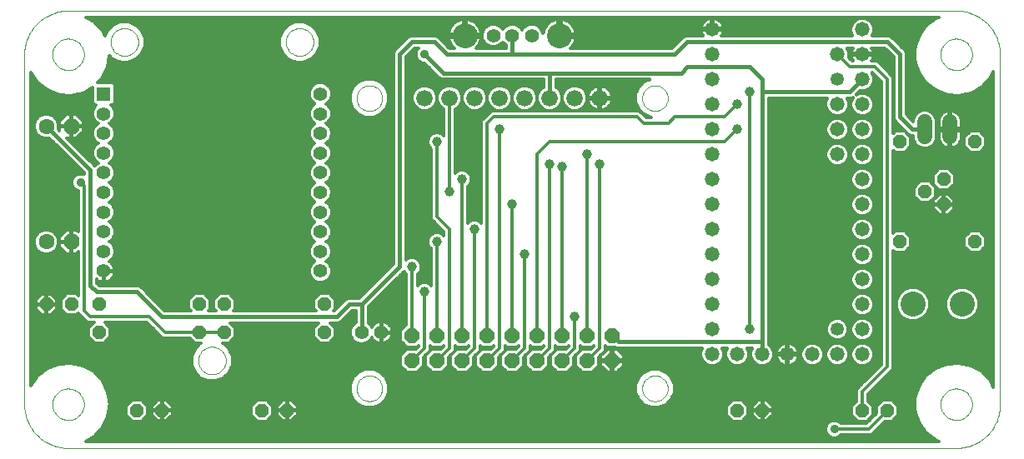
<source format=gbl>
G75*
G70*
%OFA0B0*%
%FSLAX24Y24*%
%IPPOS*%
%LPD*%
%AMOC8*
5,1,8,0,0,1.08239X$1,22.5*
%
%ADD10C,0.0000*%
%ADD11C,0.0560*%
%ADD12R,0.0560X0.0560*%
%ADD13C,0.0580*%
%ADD14OC8,0.0520*%
%ADD15C,0.0660*%
%ADD16OC8,0.0630*%
%ADD17C,0.0630*%
%ADD18C,0.1000*%
%ADD19OC8,0.0600*%
%ADD20C,0.0594*%
%ADD21C,0.0396*%
%ADD22C,0.0120*%
%ADD23C,0.0357*%
%ADD24C,0.0160*%
%ADD25C,0.0531*%
D10*
X002418Y000253D02*
X037918Y000253D01*
X037288Y002003D02*
X037290Y002053D01*
X037296Y002103D01*
X037306Y002152D01*
X037320Y002200D01*
X037337Y002247D01*
X037358Y002292D01*
X037383Y002336D01*
X037411Y002377D01*
X037443Y002416D01*
X037477Y002453D01*
X037514Y002487D01*
X037554Y002517D01*
X037596Y002544D01*
X037640Y002568D01*
X037686Y002589D01*
X037733Y002605D01*
X037781Y002618D01*
X037831Y002627D01*
X037880Y002632D01*
X037931Y002633D01*
X037981Y002630D01*
X038030Y002623D01*
X038079Y002612D01*
X038127Y002597D01*
X038173Y002579D01*
X038218Y002557D01*
X038261Y002531D01*
X038302Y002502D01*
X038341Y002470D01*
X038377Y002435D01*
X038409Y002397D01*
X038439Y002357D01*
X038466Y002314D01*
X038489Y002270D01*
X038508Y002224D01*
X038524Y002176D01*
X038536Y002127D01*
X038544Y002078D01*
X038548Y002028D01*
X038548Y001978D01*
X038544Y001928D01*
X038536Y001879D01*
X038524Y001830D01*
X038508Y001782D01*
X038489Y001736D01*
X038466Y001692D01*
X038439Y001649D01*
X038409Y001609D01*
X038377Y001571D01*
X038341Y001536D01*
X038302Y001504D01*
X038261Y001475D01*
X038218Y001449D01*
X038173Y001427D01*
X038127Y001409D01*
X038079Y001394D01*
X038030Y001383D01*
X037981Y001376D01*
X037931Y001373D01*
X037880Y001374D01*
X037831Y001379D01*
X037781Y001388D01*
X037733Y001401D01*
X037686Y001417D01*
X037640Y001438D01*
X037596Y001462D01*
X037554Y001489D01*
X037514Y001519D01*
X037477Y001553D01*
X037443Y001590D01*
X037411Y001629D01*
X037383Y001670D01*
X037358Y001714D01*
X037337Y001759D01*
X037320Y001806D01*
X037306Y001854D01*
X037296Y001903D01*
X037290Y001953D01*
X037288Y002003D01*
X037918Y000253D02*
X038001Y000255D01*
X038084Y000261D01*
X038167Y000271D01*
X038249Y000285D01*
X038331Y000302D01*
X038411Y000324D01*
X038490Y000349D01*
X038568Y000378D01*
X038645Y000411D01*
X038720Y000448D01*
X038793Y000487D01*
X038864Y000531D01*
X038933Y000577D01*
X039000Y000627D01*
X039064Y000680D01*
X039126Y000736D01*
X039185Y000795D01*
X039241Y000857D01*
X039294Y000921D01*
X039344Y000988D01*
X039390Y001057D01*
X039434Y001128D01*
X039473Y001201D01*
X039510Y001276D01*
X039543Y001353D01*
X039572Y001431D01*
X039597Y001510D01*
X039619Y001590D01*
X039636Y001672D01*
X039650Y001754D01*
X039660Y001837D01*
X039666Y001920D01*
X039668Y002003D01*
X039668Y016003D01*
X037288Y016003D02*
X037290Y016053D01*
X037296Y016103D01*
X037306Y016152D01*
X037320Y016200D01*
X037337Y016247D01*
X037358Y016292D01*
X037383Y016336D01*
X037411Y016377D01*
X037443Y016416D01*
X037477Y016453D01*
X037514Y016487D01*
X037554Y016517D01*
X037596Y016544D01*
X037640Y016568D01*
X037686Y016589D01*
X037733Y016605D01*
X037781Y016618D01*
X037831Y016627D01*
X037880Y016632D01*
X037931Y016633D01*
X037981Y016630D01*
X038030Y016623D01*
X038079Y016612D01*
X038127Y016597D01*
X038173Y016579D01*
X038218Y016557D01*
X038261Y016531D01*
X038302Y016502D01*
X038341Y016470D01*
X038377Y016435D01*
X038409Y016397D01*
X038439Y016357D01*
X038466Y016314D01*
X038489Y016270D01*
X038508Y016224D01*
X038524Y016176D01*
X038536Y016127D01*
X038544Y016078D01*
X038548Y016028D01*
X038548Y015978D01*
X038544Y015928D01*
X038536Y015879D01*
X038524Y015830D01*
X038508Y015782D01*
X038489Y015736D01*
X038466Y015692D01*
X038439Y015649D01*
X038409Y015609D01*
X038377Y015571D01*
X038341Y015536D01*
X038302Y015504D01*
X038261Y015475D01*
X038218Y015449D01*
X038173Y015427D01*
X038127Y015409D01*
X038079Y015394D01*
X038030Y015383D01*
X037981Y015376D01*
X037931Y015373D01*
X037880Y015374D01*
X037831Y015379D01*
X037781Y015388D01*
X037733Y015401D01*
X037686Y015417D01*
X037640Y015438D01*
X037596Y015462D01*
X037554Y015489D01*
X037514Y015519D01*
X037477Y015553D01*
X037443Y015590D01*
X037411Y015629D01*
X037383Y015670D01*
X037358Y015714D01*
X037337Y015759D01*
X037320Y015806D01*
X037306Y015854D01*
X037296Y015903D01*
X037290Y015953D01*
X037288Y016003D01*
X037918Y017753D02*
X038001Y017751D01*
X038084Y017745D01*
X038167Y017735D01*
X038249Y017721D01*
X038331Y017704D01*
X038411Y017682D01*
X038490Y017657D01*
X038568Y017628D01*
X038645Y017595D01*
X038720Y017558D01*
X038793Y017519D01*
X038864Y017475D01*
X038933Y017429D01*
X039000Y017379D01*
X039064Y017326D01*
X039126Y017270D01*
X039185Y017211D01*
X039241Y017149D01*
X039294Y017085D01*
X039344Y017018D01*
X039390Y016949D01*
X039434Y016878D01*
X039473Y016805D01*
X039510Y016730D01*
X039543Y016653D01*
X039572Y016575D01*
X039597Y016496D01*
X039619Y016416D01*
X039636Y016334D01*
X039650Y016252D01*
X039660Y016169D01*
X039666Y016086D01*
X039668Y016003D01*
X037918Y017753D02*
X002418Y017753D01*
X004117Y016503D02*
X004119Y016550D01*
X004125Y016596D01*
X004135Y016642D01*
X004148Y016687D01*
X004166Y016730D01*
X004187Y016772D01*
X004211Y016812D01*
X004239Y016849D01*
X004270Y016884D01*
X004304Y016917D01*
X004340Y016946D01*
X004379Y016972D01*
X004420Y016995D01*
X004463Y017014D01*
X004507Y017030D01*
X004552Y017042D01*
X004598Y017050D01*
X004645Y017054D01*
X004691Y017054D01*
X004738Y017050D01*
X004784Y017042D01*
X004829Y017030D01*
X004873Y017014D01*
X004916Y016995D01*
X004957Y016972D01*
X004996Y016946D01*
X005032Y016917D01*
X005066Y016884D01*
X005097Y016849D01*
X005125Y016812D01*
X005149Y016772D01*
X005170Y016730D01*
X005188Y016687D01*
X005201Y016642D01*
X005211Y016596D01*
X005217Y016550D01*
X005219Y016503D01*
X005217Y016456D01*
X005211Y016410D01*
X005201Y016364D01*
X005188Y016319D01*
X005170Y016276D01*
X005149Y016234D01*
X005125Y016194D01*
X005097Y016157D01*
X005066Y016122D01*
X005032Y016089D01*
X004996Y016060D01*
X004957Y016034D01*
X004916Y016011D01*
X004873Y015992D01*
X004829Y015976D01*
X004784Y015964D01*
X004738Y015956D01*
X004691Y015952D01*
X004645Y015952D01*
X004598Y015956D01*
X004552Y015964D01*
X004507Y015976D01*
X004463Y015992D01*
X004420Y016011D01*
X004379Y016034D01*
X004340Y016060D01*
X004304Y016089D01*
X004270Y016122D01*
X004239Y016157D01*
X004211Y016194D01*
X004187Y016234D01*
X004166Y016276D01*
X004148Y016319D01*
X004135Y016364D01*
X004125Y016410D01*
X004119Y016456D01*
X004117Y016503D01*
X001788Y016003D02*
X001790Y016053D01*
X001796Y016103D01*
X001806Y016152D01*
X001820Y016200D01*
X001837Y016247D01*
X001858Y016292D01*
X001883Y016336D01*
X001911Y016377D01*
X001943Y016416D01*
X001977Y016453D01*
X002014Y016487D01*
X002054Y016517D01*
X002096Y016544D01*
X002140Y016568D01*
X002186Y016589D01*
X002233Y016605D01*
X002281Y016618D01*
X002331Y016627D01*
X002380Y016632D01*
X002431Y016633D01*
X002481Y016630D01*
X002530Y016623D01*
X002579Y016612D01*
X002627Y016597D01*
X002673Y016579D01*
X002718Y016557D01*
X002761Y016531D01*
X002802Y016502D01*
X002841Y016470D01*
X002877Y016435D01*
X002909Y016397D01*
X002939Y016357D01*
X002966Y016314D01*
X002989Y016270D01*
X003008Y016224D01*
X003024Y016176D01*
X003036Y016127D01*
X003044Y016078D01*
X003048Y016028D01*
X003048Y015978D01*
X003044Y015928D01*
X003036Y015879D01*
X003024Y015830D01*
X003008Y015782D01*
X002989Y015736D01*
X002966Y015692D01*
X002939Y015649D01*
X002909Y015609D01*
X002877Y015571D01*
X002841Y015536D01*
X002802Y015504D01*
X002761Y015475D01*
X002718Y015449D01*
X002673Y015427D01*
X002627Y015409D01*
X002579Y015394D01*
X002530Y015383D01*
X002481Y015376D01*
X002431Y015373D01*
X002380Y015374D01*
X002331Y015379D01*
X002281Y015388D01*
X002233Y015401D01*
X002186Y015417D01*
X002140Y015438D01*
X002096Y015462D01*
X002054Y015489D01*
X002014Y015519D01*
X001977Y015553D01*
X001943Y015590D01*
X001911Y015629D01*
X001883Y015670D01*
X001858Y015714D01*
X001837Y015759D01*
X001820Y015806D01*
X001806Y015854D01*
X001796Y015903D01*
X001790Y015953D01*
X001788Y016003D01*
X000668Y016003D02*
X000670Y016086D01*
X000676Y016169D01*
X000686Y016252D01*
X000700Y016334D01*
X000717Y016416D01*
X000739Y016496D01*
X000764Y016575D01*
X000793Y016653D01*
X000826Y016730D01*
X000863Y016805D01*
X000902Y016878D01*
X000946Y016949D01*
X000992Y017018D01*
X001042Y017085D01*
X001095Y017149D01*
X001151Y017211D01*
X001210Y017270D01*
X001272Y017326D01*
X001336Y017379D01*
X001403Y017429D01*
X001472Y017475D01*
X001543Y017519D01*
X001616Y017558D01*
X001691Y017595D01*
X001768Y017628D01*
X001846Y017657D01*
X001925Y017682D01*
X002005Y017704D01*
X002087Y017721D01*
X002169Y017735D01*
X002252Y017745D01*
X002335Y017751D01*
X002418Y017753D01*
X000668Y016003D02*
X000668Y002003D01*
X001788Y002003D02*
X001790Y002053D01*
X001796Y002103D01*
X001806Y002152D01*
X001820Y002200D01*
X001837Y002247D01*
X001858Y002292D01*
X001883Y002336D01*
X001911Y002377D01*
X001943Y002416D01*
X001977Y002453D01*
X002014Y002487D01*
X002054Y002517D01*
X002096Y002544D01*
X002140Y002568D01*
X002186Y002589D01*
X002233Y002605D01*
X002281Y002618D01*
X002331Y002627D01*
X002380Y002632D01*
X002431Y002633D01*
X002481Y002630D01*
X002530Y002623D01*
X002579Y002612D01*
X002627Y002597D01*
X002673Y002579D01*
X002718Y002557D01*
X002761Y002531D01*
X002802Y002502D01*
X002841Y002470D01*
X002877Y002435D01*
X002909Y002397D01*
X002939Y002357D01*
X002966Y002314D01*
X002989Y002270D01*
X003008Y002224D01*
X003024Y002176D01*
X003036Y002127D01*
X003044Y002078D01*
X003048Y002028D01*
X003048Y001978D01*
X003044Y001928D01*
X003036Y001879D01*
X003024Y001830D01*
X003008Y001782D01*
X002989Y001736D01*
X002966Y001692D01*
X002939Y001649D01*
X002909Y001609D01*
X002877Y001571D01*
X002841Y001536D01*
X002802Y001504D01*
X002761Y001475D01*
X002718Y001449D01*
X002673Y001427D01*
X002627Y001409D01*
X002579Y001394D01*
X002530Y001383D01*
X002481Y001376D01*
X002431Y001373D01*
X002380Y001374D01*
X002331Y001379D01*
X002281Y001388D01*
X002233Y001401D01*
X002186Y001417D01*
X002140Y001438D01*
X002096Y001462D01*
X002054Y001489D01*
X002014Y001519D01*
X001977Y001553D01*
X001943Y001590D01*
X001911Y001629D01*
X001883Y001670D01*
X001858Y001714D01*
X001837Y001759D01*
X001820Y001806D01*
X001806Y001854D01*
X001796Y001903D01*
X001790Y001953D01*
X001788Y002003D01*
X000668Y002003D02*
X000670Y001920D01*
X000676Y001837D01*
X000686Y001754D01*
X000700Y001672D01*
X000717Y001590D01*
X000739Y001510D01*
X000764Y001431D01*
X000793Y001353D01*
X000826Y001276D01*
X000863Y001201D01*
X000902Y001128D01*
X000946Y001057D01*
X000992Y000988D01*
X001042Y000921D01*
X001095Y000857D01*
X001151Y000795D01*
X001210Y000736D01*
X001272Y000680D01*
X001336Y000627D01*
X001403Y000577D01*
X001472Y000531D01*
X001543Y000487D01*
X001616Y000448D01*
X001691Y000411D01*
X001768Y000378D01*
X001846Y000349D01*
X001925Y000324D01*
X002005Y000302D01*
X002087Y000285D01*
X002169Y000271D01*
X002252Y000261D01*
X002335Y000255D01*
X002418Y000253D01*
X007617Y003753D02*
X007619Y003800D01*
X007625Y003846D01*
X007635Y003892D01*
X007648Y003937D01*
X007666Y003980D01*
X007687Y004022D01*
X007711Y004062D01*
X007739Y004099D01*
X007770Y004134D01*
X007804Y004167D01*
X007840Y004196D01*
X007879Y004222D01*
X007920Y004245D01*
X007963Y004264D01*
X008007Y004280D01*
X008052Y004292D01*
X008098Y004300D01*
X008145Y004304D01*
X008191Y004304D01*
X008238Y004300D01*
X008284Y004292D01*
X008329Y004280D01*
X008373Y004264D01*
X008416Y004245D01*
X008457Y004222D01*
X008496Y004196D01*
X008532Y004167D01*
X008566Y004134D01*
X008597Y004099D01*
X008625Y004062D01*
X008649Y004022D01*
X008670Y003980D01*
X008688Y003937D01*
X008701Y003892D01*
X008711Y003846D01*
X008717Y003800D01*
X008719Y003753D01*
X008717Y003706D01*
X008711Y003660D01*
X008701Y003614D01*
X008688Y003569D01*
X008670Y003526D01*
X008649Y003484D01*
X008625Y003444D01*
X008597Y003407D01*
X008566Y003372D01*
X008532Y003339D01*
X008496Y003310D01*
X008457Y003284D01*
X008416Y003261D01*
X008373Y003242D01*
X008329Y003226D01*
X008284Y003214D01*
X008238Y003206D01*
X008191Y003202D01*
X008145Y003202D01*
X008098Y003206D01*
X008052Y003214D01*
X008007Y003226D01*
X007963Y003242D01*
X007920Y003261D01*
X007879Y003284D01*
X007840Y003310D01*
X007804Y003339D01*
X007770Y003372D01*
X007739Y003407D01*
X007711Y003444D01*
X007687Y003484D01*
X007666Y003526D01*
X007648Y003569D01*
X007635Y003614D01*
X007625Y003660D01*
X007619Y003706D01*
X007617Y003753D01*
X013947Y002639D02*
X013949Y002684D01*
X013955Y002728D01*
X013964Y002772D01*
X013978Y002814D01*
X013995Y002855D01*
X014016Y002895D01*
X014040Y002933D01*
X014067Y002968D01*
X014097Y003001D01*
X014130Y003031D01*
X014165Y003058D01*
X014203Y003082D01*
X014243Y003103D01*
X014284Y003120D01*
X014326Y003134D01*
X014370Y003143D01*
X014414Y003149D01*
X014459Y003151D01*
X014504Y003149D01*
X014548Y003143D01*
X014592Y003134D01*
X014634Y003120D01*
X014675Y003103D01*
X014715Y003082D01*
X014753Y003058D01*
X014788Y003031D01*
X014821Y003001D01*
X014851Y002968D01*
X014878Y002933D01*
X014902Y002895D01*
X014923Y002855D01*
X014940Y002814D01*
X014954Y002772D01*
X014963Y002728D01*
X014969Y002684D01*
X014971Y002639D01*
X014969Y002594D01*
X014963Y002550D01*
X014954Y002506D01*
X014940Y002464D01*
X014923Y002423D01*
X014902Y002383D01*
X014878Y002345D01*
X014851Y002310D01*
X014821Y002277D01*
X014788Y002247D01*
X014753Y002220D01*
X014715Y002196D01*
X014675Y002175D01*
X014634Y002158D01*
X014592Y002144D01*
X014548Y002135D01*
X014504Y002129D01*
X014459Y002127D01*
X014414Y002129D01*
X014370Y002135D01*
X014326Y002144D01*
X014284Y002158D01*
X014243Y002175D01*
X014203Y002196D01*
X014165Y002220D01*
X014130Y002247D01*
X014097Y002277D01*
X014067Y002310D01*
X014040Y002345D01*
X014016Y002383D01*
X013995Y002423D01*
X013978Y002464D01*
X013964Y002506D01*
X013955Y002550D01*
X013949Y002594D01*
X013947Y002639D01*
X025364Y002639D02*
X025366Y002684D01*
X025372Y002728D01*
X025381Y002772D01*
X025395Y002814D01*
X025412Y002855D01*
X025433Y002895D01*
X025457Y002933D01*
X025484Y002968D01*
X025514Y003001D01*
X025547Y003031D01*
X025582Y003058D01*
X025620Y003082D01*
X025660Y003103D01*
X025701Y003120D01*
X025743Y003134D01*
X025787Y003143D01*
X025831Y003149D01*
X025876Y003151D01*
X025921Y003149D01*
X025965Y003143D01*
X026009Y003134D01*
X026051Y003120D01*
X026092Y003103D01*
X026132Y003082D01*
X026170Y003058D01*
X026205Y003031D01*
X026238Y003001D01*
X026268Y002968D01*
X026295Y002933D01*
X026319Y002895D01*
X026340Y002855D01*
X026357Y002814D01*
X026371Y002772D01*
X026380Y002728D01*
X026386Y002684D01*
X026388Y002639D01*
X026386Y002594D01*
X026380Y002550D01*
X026371Y002506D01*
X026357Y002464D01*
X026340Y002423D01*
X026319Y002383D01*
X026295Y002345D01*
X026268Y002310D01*
X026238Y002277D01*
X026205Y002247D01*
X026170Y002220D01*
X026132Y002196D01*
X026092Y002175D01*
X026051Y002158D01*
X026009Y002144D01*
X025965Y002135D01*
X025921Y002129D01*
X025876Y002127D01*
X025831Y002129D01*
X025787Y002135D01*
X025743Y002144D01*
X025701Y002158D01*
X025660Y002175D01*
X025620Y002196D01*
X025582Y002220D01*
X025547Y002247D01*
X025514Y002277D01*
X025484Y002310D01*
X025457Y002345D01*
X025433Y002383D01*
X025412Y002423D01*
X025395Y002464D01*
X025381Y002506D01*
X025372Y002550D01*
X025366Y002594D01*
X025364Y002639D01*
X025364Y014253D02*
X025366Y014298D01*
X025372Y014342D01*
X025381Y014386D01*
X025395Y014428D01*
X025412Y014469D01*
X025433Y014509D01*
X025457Y014547D01*
X025484Y014582D01*
X025514Y014615D01*
X025547Y014645D01*
X025582Y014672D01*
X025620Y014696D01*
X025660Y014717D01*
X025701Y014734D01*
X025743Y014748D01*
X025787Y014757D01*
X025831Y014763D01*
X025876Y014765D01*
X025921Y014763D01*
X025965Y014757D01*
X026009Y014748D01*
X026051Y014734D01*
X026092Y014717D01*
X026132Y014696D01*
X026170Y014672D01*
X026205Y014645D01*
X026238Y014615D01*
X026268Y014582D01*
X026295Y014547D01*
X026319Y014509D01*
X026340Y014469D01*
X026357Y014428D01*
X026371Y014386D01*
X026380Y014342D01*
X026386Y014298D01*
X026388Y014253D01*
X026386Y014208D01*
X026380Y014164D01*
X026371Y014120D01*
X026357Y014078D01*
X026340Y014037D01*
X026319Y013997D01*
X026295Y013959D01*
X026268Y013924D01*
X026238Y013891D01*
X026205Y013861D01*
X026170Y013834D01*
X026132Y013810D01*
X026092Y013789D01*
X026051Y013772D01*
X026009Y013758D01*
X025965Y013749D01*
X025921Y013743D01*
X025876Y013741D01*
X025831Y013743D01*
X025787Y013749D01*
X025743Y013758D01*
X025701Y013772D01*
X025660Y013789D01*
X025620Y013810D01*
X025582Y013834D01*
X025547Y013861D01*
X025514Y013891D01*
X025484Y013924D01*
X025457Y013959D01*
X025433Y013997D01*
X025412Y014037D01*
X025395Y014078D01*
X025381Y014120D01*
X025372Y014164D01*
X025366Y014208D01*
X025364Y014253D01*
X013947Y014253D02*
X013949Y014298D01*
X013955Y014342D01*
X013964Y014386D01*
X013978Y014428D01*
X013995Y014469D01*
X014016Y014509D01*
X014040Y014547D01*
X014067Y014582D01*
X014097Y014615D01*
X014130Y014645D01*
X014165Y014672D01*
X014203Y014696D01*
X014243Y014717D01*
X014284Y014734D01*
X014326Y014748D01*
X014370Y014757D01*
X014414Y014763D01*
X014459Y014765D01*
X014504Y014763D01*
X014548Y014757D01*
X014592Y014748D01*
X014634Y014734D01*
X014675Y014717D01*
X014715Y014696D01*
X014753Y014672D01*
X014788Y014645D01*
X014821Y014615D01*
X014851Y014582D01*
X014878Y014547D01*
X014902Y014509D01*
X014923Y014469D01*
X014940Y014428D01*
X014954Y014386D01*
X014963Y014342D01*
X014969Y014298D01*
X014971Y014253D01*
X014969Y014208D01*
X014963Y014164D01*
X014954Y014120D01*
X014940Y014078D01*
X014923Y014037D01*
X014902Y013997D01*
X014878Y013959D01*
X014851Y013924D01*
X014821Y013891D01*
X014788Y013861D01*
X014753Y013834D01*
X014715Y013810D01*
X014675Y013789D01*
X014634Y013772D01*
X014592Y013758D01*
X014548Y013749D01*
X014504Y013743D01*
X014459Y013741D01*
X014414Y013743D01*
X014370Y013749D01*
X014326Y013758D01*
X014284Y013772D01*
X014243Y013789D01*
X014203Y013810D01*
X014165Y013834D01*
X014130Y013861D01*
X014097Y013891D01*
X014067Y013924D01*
X014040Y013959D01*
X014016Y013997D01*
X013995Y014037D01*
X013978Y014078D01*
X013964Y014120D01*
X013955Y014164D01*
X013949Y014208D01*
X013947Y014253D01*
X011117Y016503D02*
X011119Y016550D01*
X011125Y016596D01*
X011135Y016642D01*
X011148Y016687D01*
X011166Y016730D01*
X011187Y016772D01*
X011211Y016812D01*
X011239Y016849D01*
X011270Y016884D01*
X011304Y016917D01*
X011340Y016946D01*
X011379Y016972D01*
X011420Y016995D01*
X011463Y017014D01*
X011507Y017030D01*
X011552Y017042D01*
X011598Y017050D01*
X011645Y017054D01*
X011691Y017054D01*
X011738Y017050D01*
X011784Y017042D01*
X011829Y017030D01*
X011873Y017014D01*
X011916Y016995D01*
X011957Y016972D01*
X011996Y016946D01*
X012032Y016917D01*
X012066Y016884D01*
X012097Y016849D01*
X012125Y016812D01*
X012149Y016772D01*
X012170Y016730D01*
X012188Y016687D01*
X012201Y016642D01*
X012211Y016596D01*
X012217Y016550D01*
X012219Y016503D01*
X012217Y016456D01*
X012211Y016410D01*
X012201Y016364D01*
X012188Y016319D01*
X012170Y016276D01*
X012149Y016234D01*
X012125Y016194D01*
X012097Y016157D01*
X012066Y016122D01*
X012032Y016089D01*
X011996Y016060D01*
X011957Y016034D01*
X011916Y016011D01*
X011873Y015992D01*
X011829Y015976D01*
X011784Y015964D01*
X011738Y015956D01*
X011691Y015952D01*
X011645Y015952D01*
X011598Y015956D01*
X011552Y015964D01*
X011507Y015976D01*
X011463Y015992D01*
X011420Y016011D01*
X011379Y016034D01*
X011340Y016060D01*
X011304Y016089D01*
X011270Y016122D01*
X011239Y016157D01*
X011211Y016194D01*
X011187Y016234D01*
X011166Y016276D01*
X011148Y016319D01*
X011135Y016364D01*
X011125Y016410D01*
X011119Y016456D01*
X011117Y016503D01*
D11*
X012498Y014419D03*
X012498Y013631D03*
X012498Y012844D03*
X012498Y012056D03*
X012498Y011269D03*
X012498Y010481D03*
X012498Y009694D03*
X012498Y008907D03*
X012498Y008119D03*
X012498Y007332D03*
X014149Y004878D03*
X014936Y004878D03*
X003837Y007332D03*
X003837Y008119D03*
X003837Y008907D03*
X003837Y009694D03*
X003837Y010481D03*
X003837Y011269D03*
X003837Y012056D03*
X003837Y012844D03*
X003837Y013631D03*
X019420Y016753D03*
X020168Y016753D03*
X020955Y016753D03*
D12*
X003837Y014419D03*
D13*
X028168Y014003D03*
X028168Y013003D03*
X028168Y012003D03*
X028168Y011003D03*
X028168Y010003D03*
X028168Y009003D03*
X028168Y008003D03*
X028168Y007003D03*
X028168Y006003D03*
X028168Y005003D03*
X028168Y004003D03*
X029168Y004003D03*
X030168Y004003D03*
X031168Y004003D03*
X032168Y004003D03*
X033168Y004003D03*
X034168Y004003D03*
X034168Y005003D03*
X034168Y006003D03*
X034168Y007003D03*
X034168Y008003D03*
X034168Y009003D03*
X034168Y010003D03*
X034168Y011003D03*
X034168Y012003D03*
X033168Y012003D03*
X033168Y013003D03*
X034168Y013003D03*
X034168Y014003D03*
X033168Y014003D03*
X034168Y015003D03*
X034168Y016003D03*
X033168Y016003D03*
X034168Y017003D03*
X028168Y017003D03*
X028168Y016003D03*
X028168Y015003D03*
D14*
X035668Y012503D03*
X037418Y011003D03*
X036668Y010503D03*
X037418Y010003D03*
X038668Y008503D03*
X035668Y008503D03*
X038668Y012503D03*
X035168Y001753D03*
X034168Y001753D03*
X030168Y001753D03*
X029168Y001753D03*
X012668Y004878D03*
X012668Y006003D03*
X008668Y006003D03*
X007668Y006003D03*
X007668Y004878D03*
X008668Y004878D03*
X003668Y004878D03*
X003668Y006003D03*
X002543Y006003D03*
X001543Y006003D03*
X005168Y001753D03*
X006168Y001753D03*
X010168Y001753D03*
X011168Y001753D03*
D15*
X016668Y014253D03*
X017668Y014253D03*
X018668Y014253D03*
X019668Y014253D03*
X020668Y014253D03*
X021668Y014253D03*
X022668Y014253D03*
X023668Y014253D03*
D16*
X002543Y013128D03*
X002543Y008503D03*
D17*
X001543Y008503D03*
X001543Y013128D03*
D18*
X018278Y016753D03*
X022057Y016753D03*
X036183Y006003D03*
X038152Y006003D03*
D19*
X024168Y004753D03*
X023168Y004753D03*
X022168Y004753D03*
X021168Y004753D03*
X020168Y004753D03*
X019168Y004753D03*
X018168Y004753D03*
X017168Y004753D03*
X016168Y004753D03*
X016168Y003753D03*
X017168Y003753D03*
X018168Y003753D03*
X019168Y003753D03*
X020168Y003753D03*
X021168Y003753D03*
X022168Y003753D03*
X023168Y003753D03*
X024168Y003753D03*
D20*
X036668Y012706D02*
X036668Y013300D01*
X037668Y013300D02*
X037668Y012706D01*
D21*
X029668Y014503D03*
X029168Y014003D03*
X029168Y013003D03*
X023668Y011628D03*
X023168Y012003D03*
X022168Y011503D03*
X021668Y011628D03*
X019668Y013003D03*
X017168Y012503D03*
X018168Y011003D03*
X017668Y010503D03*
X020168Y010003D03*
X018668Y009003D03*
X017168Y008503D03*
X016168Y007503D03*
X016668Y006503D03*
X020668Y008003D03*
X022668Y005503D03*
X029668Y005003D03*
D22*
X029668Y014503D01*
X029168Y014003D02*
X028668Y013503D01*
X026668Y013503D01*
X026418Y013253D01*
X025418Y013253D01*
X025168Y013503D01*
X019418Y013503D01*
X019168Y013253D01*
X019168Y004753D01*
X019438Y004359D02*
X019438Y004348D01*
X019312Y004223D01*
X018973Y004223D01*
X018698Y003948D01*
X018698Y003558D01*
X018973Y003283D01*
X019362Y003283D01*
X019638Y003558D01*
X019638Y003898D01*
X019898Y004158D01*
X019898Y004348D01*
X019898Y004359D01*
X019973Y004283D01*
X020362Y004283D01*
X020438Y004359D01*
X020438Y004348D01*
X020312Y004223D01*
X019973Y004223D01*
X019698Y003948D01*
X019698Y003558D01*
X019973Y003283D01*
X020362Y003283D01*
X020638Y003558D01*
X020638Y003898D01*
X020898Y004158D01*
X020898Y004348D01*
X020898Y004359D01*
X020973Y004283D01*
X021362Y004283D01*
X021438Y004359D01*
X021438Y004348D01*
X021312Y004223D01*
X020973Y004223D01*
X020698Y003948D01*
X020698Y003558D01*
X020973Y003283D01*
X021362Y003283D01*
X021638Y003558D01*
X021638Y003898D01*
X021898Y004158D01*
X021898Y004348D01*
X021898Y004359D01*
X021973Y004283D01*
X022362Y004283D01*
X022438Y004359D01*
X022438Y004348D01*
X022312Y004223D01*
X021973Y004223D01*
X021698Y003948D01*
X021698Y003558D01*
X021973Y003283D01*
X022362Y003283D01*
X022638Y003558D01*
X022638Y003898D01*
X022763Y004023D01*
X022898Y004158D01*
X022898Y004359D01*
X022973Y004283D01*
X023362Y004283D01*
X023438Y004359D01*
X023438Y004348D01*
X023312Y004223D01*
X022973Y004223D01*
X022698Y003948D01*
X022698Y003558D01*
X022973Y003283D01*
X023362Y003283D01*
X023638Y003558D01*
X023638Y003898D01*
X023763Y004023D01*
X023898Y004158D01*
X023898Y004359D01*
X023973Y004283D01*
X024295Y004283D01*
X024368Y004253D01*
X024467Y004253D01*
X027773Y004253D01*
X027708Y004095D01*
X027708Y003912D01*
X027778Y003743D01*
X027907Y003613D01*
X028076Y003543D01*
X028259Y003543D01*
X028428Y003613D01*
X028557Y003743D01*
X028628Y003912D01*
X028628Y004095D01*
X028562Y004253D01*
X028773Y004253D01*
X028708Y004095D01*
X028708Y003912D01*
X028778Y003743D01*
X028907Y003613D01*
X029076Y003543D01*
X029259Y003543D01*
X029428Y003613D01*
X029557Y003743D01*
X029628Y003912D01*
X029628Y004095D01*
X029562Y004253D01*
X029773Y004253D01*
X029708Y004095D01*
X029708Y003912D01*
X029778Y003743D01*
X029907Y003613D01*
X030076Y003543D01*
X030259Y003543D01*
X030428Y003613D01*
X030557Y003743D01*
X030628Y003912D01*
X030628Y004095D01*
X030557Y004264D01*
X030428Y004393D01*
X030418Y004397D01*
X030418Y004453D01*
X030418Y004553D01*
X030418Y014253D01*
X032773Y014253D01*
X032708Y014095D01*
X032708Y013912D01*
X032778Y013743D01*
X032907Y013613D01*
X033076Y013543D01*
X033259Y013543D01*
X033428Y013613D01*
X033557Y013743D01*
X033628Y013912D01*
X033628Y014095D01*
X033562Y014253D01*
X033717Y014253D01*
X033802Y014288D01*
X033778Y014264D01*
X033708Y014095D01*
X033708Y013912D01*
X033778Y013743D01*
X033907Y013613D01*
X034076Y013543D01*
X034259Y013543D01*
X034428Y013613D01*
X034557Y013743D01*
X034628Y013912D01*
X034628Y014095D01*
X034557Y014264D01*
X034428Y014393D01*
X034259Y014463D01*
X034076Y014463D01*
X033914Y014396D01*
X034065Y014548D01*
X034076Y014543D01*
X034259Y014543D01*
X034428Y014613D01*
X034557Y014743D01*
X034628Y014912D01*
X034628Y015095D01*
X034557Y015264D01*
X034548Y015273D01*
X034572Y015273D01*
X034938Y014908D01*
X034938Y003598D01*
X034072Y002733D01*
X033938Y002598D01*
X033938Y002131D01*
X033738Y001931D01*
X033738Y001575D01*
X033989Y001323D01*
X034346Y001323D01*
X034598Y001575D01*
X034598Y001931D01*
X034398Y002131D01*
X034398Y002408D01*
X035398Y003408D01*
X035398Y003598D01*
X035398Y008165D01*
X035489Y008073D01*
X035846Y008073D01*
X036098Y008325D01*
X036098Y008681D01*
X035846Y008933D01*
X035489Y008933D01*
X035398Y008841D01*
X035398Y012165D01*
X035489Y012073D01*
X035846Y012073D01*
X036098Y012325D01*
X036098Y012681D01*
X035846Y012933D01*
X035489Y012933D01*
X035398Y012841D01*
X035398Y015098D01*
X035263Y015233D01*
X034763Y015733D01*
X034572Y015733D01*
X034528Y015733D01*
X034552Y015767D01*
X034585Y015830D01*
X034606Y015898D01*
X034618Y015968D01*
X034203Y015968D01*
X034203Y016038D01*
X034618Y016038D01*
X034618Y016039D01*
X034606Y016109D01*
X034585Y016176D01*
X034552Y016239D01*
X034542Y016253D01*
X035064Y016253D01*
X035418Y015900D01*
X035418Y013453D01*
X035456Y013362D01*
X035526Y013291D01*
X036026Y012791D01*
X036118Y012753D01*
X036201Y012753D01*
X036201Y012613D01*
X036272Y012442D01*
X036403Y012311D01*
X036575Y012239D01*
X036760Y012239D01*
X036932Y012311D01*
X037063Y012442D01*
X037134Y012613D01*
X037134Y013393D01*
X037063Y013564D01*
X036932Y013696D01*
X036760Y013767D01*
X036575Y013767D01*
X036403Y013696D01*
X036272Y013564D01*
X036201Y013393D01*
X036201Y013323D01*
X035918Y013607D01*
X035918Y015953D01*
X035918Y016053D01*
X035879Y016145D01*
X035379Y016645D01*
X035309Y016715D01*
X035217Y016753D01*
X034562Y016753D01*
X034628Y016912D01*
X034628Y017095D01*
X034557Y017264D01*
X034428Y017393D01*
X034259Y017463D01*
X034076Y017463D01*
X033907Y017393D01*
X033778Y017264D01*
X033708Y017095D01*
X033708Y016912D01*
X033773Y016753D01*
X028542Y016753D01*
X028552Y016767D01*
X028585Y016830D01*
X028606Y016898D01*
X028618Y016968D01*
X028203Y016968D01*
X028203Y017038D01*
X028618Y017038D01*
X028618Y017039D01*
X028606Y017109D01*
X028585Y017176D01*
X028552Y017239D01*
X028511Y017296D01*
X028461Y017346D01*
X028403Y017388D01*
X028340Y017420D01*
X028273Y017442D01*
X028203Y017453D01*
X028203Y017453D01*
X028203Y017038D01*
X028132Y017038D01*
X028132Y016968D01*
X027718Y016968D01*
X027718Y016968D01*
X027729Y016898D01*
X027751Y016830D01*
X027783Y016767D01*
X027793Y016753D01*
X027217Y016753D01*
X027118Y016753D01*
X027026Y016715D01*
X026564Y016253D01*
X022490Y016253D01*
X022493Y016256D01*
X022555Y016317D01*
X022607Y016386D01*
X022651Y016461D01*
X022684Y016541D01*
X022706Y016624D01*
X022715Y016693D01*
X022117Y016693D01*
X022117Y016813D01*
X021997Y016813D01*
X021997Y017411D01*
X021928Y017402D01*
X021845Y017379D01*
X021765Y017346D01*
X021690Y017303D01*
X021621Y017250D01*
X021560Y017189D01*
X021507Y017121D01*
X021464Y017046D01*
X021431Y016966D01*
X021409Y016882D01*
X021404Y016845D01*
X021336Y017008D01*
X021210Y017135D01*
X021044Y017203D01*
X020865Y017203D01*
X020700Y017135D01*
X020573Y017008D01*
X020561Y016978D01*
X020549Y017008D01*
X020422Y017135D01*
X020257Y017203D01*
X020078Y017203D01*
X019913Y017135D01*
X019794Y017015D01*
X019674Y017135D01*
X019509Y017203D01*
X019330Y017203D01*
X019165Y017135D01*
X019038Y017008D01*
X018970Y016843D01*
X018970Y016664D01*
X019038Y016498D01*
X019165Y016372D01*
X019330Y016303D01*
X019509Y016303D01*
X019674Y016372D01*
X019794Y016491D01*
X019913Y016372D01*
X019918Y016370D01*
X019918Y016253D01*
X018710Y016253D01*
X018714Y016256D01*
X018775Y016317D01*
X018828Y016386D01*
X018871Y016461D01*
X018904Y016541D01*
X018926Y016624D01*
X018936Y016693D01*
X018338Y016693D01*
X018338Y016813D01*
X018936Y016813D01*
X018926Y016882D01*
X018904Y016966D01*
X018871Y017046D01*
X018828Y017121D01*
X018775Y017189D01*
X018714Y017250D01*
X018645Y017303D01*
X018570Y017346D01*
X018490Y017379D01*
X018407Y017402D01*
X018338Y017411D01*
X018338Y016813D01*
X018218Y016813D01*
X018218Y017411D01*
X018149Y017402D01*
X018065Y017379D01*
X017985Y017346D01*
X017910Y017303D01*
X017842Y017250D01*
X017781Y017189D01*
X017728Y017121D01*
X017685Y017046D01*
X017651Y016966D01*
X017629Y016882D01*
X017620Y016813D01*
X018218Y016813D01*
X018218Y016693D01*
X017620Y016693D01*
X017629Y016624D01*
X017651Y016541D01*
X017685Y016461D01*
X017728Y016386D01*
X017781Y016317D01*
X017842Y016256D01*
X017845Y016253D01*
X017646Y016253D01*
X017254Y016645D01*
X017184Y016715D01*
X017092Y016753D01*
X016217Y016753D01*
X016118Y016753D01*
X016026Y016715D01*
X015526Y016215D01*
X015456Y016145D01*
X015418Y016053D01*
X015418Y007607D01*
X014064Y006253D01*
X013717Y006253D01*
X013618Y006253D01*
X013526Y006215D01*
X013064Y005753D01*
X013026Y005753D01*
X013098Y005825D01*
X013098Y006181D01*
X012846Y006433D01*
X012489Y006433D01*
X012238Y006181D01*
X012238Y005825D01*
X012310Y005753D01*
X009026Y005753D01*
X009098Y005825D01*
X009098Y006181D01*
X008846Y006433D01*
X008489Y006433D01*
X008238Y006181D01*
X008238Y005825D01*
X008310Y005753D01*
X008026Y005753D01*
X008098Y005825D01*
X008098Y006181D01*
X007846Y006433D01*
X007489Y006433D01*
X007238Y006181D01*
X007238Y005825D01*
X007310Y005753D01*
X006271Y005753D01*
X005379Y006645D01*
X005309Y006715D01*
X005217Y006753D01*
X003646Y006753D01*
X003543Y006857D01*
X003543Y007004D01*
X003550Y006996D01*
X003606Y006956D01*
X003668Y006924D01*
X003734Y006903D01*
X003802Y006892D01*
X003828Y006892D01*
X003828Y007323D01*
X003846Y007323D01*
X003846Y007341D01*
X004277Y007341D01*
X004277Y007366D01*
X004266Y007435D01*
X004245Y007501D01*
X004213Y007562D01*
X004172Y007619D01*
X004123Y007667D01*
X004067Y007708D01*
X004046Y007719D01*
X004092Y007738D01*
X004218Y007864D01*
X004287Y008030D01*
X004287Y008209D01*
X004218Y008374D01*
X004092Y008501D01*
X004062Y008513D01*
X004092Y008525D01*
X004218Y008652D01*
X004287Y008817D01*
X004287Y008996D01*
X004218Y009162D01*
X004092Y009288D01*
X004062Y009300D01*
X004092Y009313D01*
X004218Y009439D01*
X004287Y009605D01*
X004287Y009784D01*
X004218Y009949D01*
X004092Y010076D01*
X004062Y010088D01*
X004092Y010100D01*
X004218Y010227D01*
X004287Y010392D01*
X004287Y010571D01*
X004218Y010736D01*
X004092Y010863D01*
X004062Y010875D01*
X004092Y010887D01*
X004218Y011014D01*
X004287Y011179D01*
X004287Y011358D01*
X004218Y011524D01*
X004092Y011650D01*
X004062Y011663D01*
X004092Y011675D01*
X004218Y011801D01*
X004287Y011967D01*
X004287Y012146D01*
X004218Y012311D01*
X004092Y012438D01*
X004062Y012450D01*
X004092Y012462D01*
X004218Y012589D01*
X004287Y012754D01*
X004287Y012933D01*
X004218Y013099D01*
X004092Y013225D01*
X004062Y013237D01*
X004092Y013250D01*
X004218Y013376D01*
X004287Y013542D01*
X004287Y013721D01*
X004218Y013886D01*
X004136Y013969D01*
X004187Y013969D01*
X004287Y014068D01*
X004287Y014769D01*
X004187Y014868D01*
X003604Y014868D01*
X003789Y015068D01*
X004004Y015514D01*
X004070Y015954D01*
X004208Y015815D01*
X004506Y015692D01*
X004829Y015692D01*
X005127Y015815D01*
X005355Y016044D01*
X005479Y016342D01*
X005479Y016664D01*
X005355Y016963D01*
X005127Y017191D01*
X004829Y017314D01*
X004506Y017314D01*
X004208Y017191D01*
X003980Y016963D01*
X003886Y016736D01*
X003789Y016938D01*
X003789Y016938D01*
X003453Y017301D01*
X003452Y017301D01*
X003120Y017493D01*
X037221Y017493D01*
X037088Y017441D01*
X036701Y017132D01*
X036422Y016723D01*
X036276Y016251D01*
X036276Y015756D01*
X036276Y015756D01*
X036422Y015283D01*
X036422Y015283D01*
X036701Y014874D01*
X037088Y014566D01*
X037548Y014385D01*
X038042Y014348D01*
X038524Y014458D01*
X038952Y014705D01*
X038953Y014705D01*
X039289Y015068D01*
X039408Y015314D01*
X039408Y002692D01*
X039289Y002938D01*
X039289Y002938D01*
X038953Y003301D01*
X038952Y003301D01*
X038524Y003548D01*
X038042Y003658D01*
X038042Y003658D01*
X037548Y003621D01*
X037088Y003441D01*
X036701Y003132D01*
X036422Y002723D01*
X036276Y002251D01*
X036276Y002251D01*
X036276Y001756D01*
X036276Y001756D01*
X036422Y001283D01*
X036422Y001283D01*
X036701Y000874D01*
X037088Y000566D01*
X037221Y000513D01*
X003120Y000513D01*
X003452Y000705D01*
X003789Y001068D01*
X004004Y001514D01*
X004078Y002003D01*
X004004Y002492D01*
X004004Y002492D01*
X003789Y002938D01*
X003789Y002938D01*
X003453Y003301D01*
X003452Y003301D01*
X003024Y003548D01*
X002542Y003658D01*
X002542Y003658D01*
X002048Y003621D01*
X001588Y003441D01*
X001201Y003132D01*
X000928Y002732D01*
X000928Y015275D01*
X001201Y014874D01*
X001588Y014566D01*
X002048Y014385D01*
X002542Y014348D01*
X003024Y014458D01*
X003387Y014667D01*
X003387Y014068D01*
X003486Y013969D01*
X003538Y013969D01*
X003455Y013886D01*
X003387Y013721D01*
X003387Y013542D01*
X003455Y013376D01*
X003582Y013250D01*
X003611Y013237D01*
X003582Y013225D01*
X003455Y013099D01*
X003387Y012933D01*
X003387Y012754D01*
X003455Y012589D01*
X003582Y012462D01*
X003611Y012450D01*
X003582Y012438D01*
X003455Y012311D01*
X003387Y012146D01*
X003387Y011967D01*
X003455Y011801D01*
X003582Y011675D01*
X003611Y011663D01*
X003582Y011650D01*
X003478Y011546D01*
X002371Y012653D01*
X002522Y012653D01*
X002522Y013108D01*
X002068Y013108D01*
X002068Y012957D01*
X002017Y013007D01*
X002028Y013032D01*
X002028Y013225D01*
X001954Y013403D01*
X001817Y013539D01*
X001639Y013613D01*
X001446Y013613D01*
X001268Y013539D01*
X001131Y013403D01*
X001058Y013225D01*
X001058Y013032D01*
X001131Y012853D01*
X001268Y012717D01*
X001446Y012643D01*
X001639Y012643D01*
X001664Y012653D01*
X003043Y011275D01*
X003043Y011203D01*
X002987Y011227D01*
X002848Y011227D01*
X002720Y011174D01*
X002622Y011076D01*
X002569Y010947D01*
X002569Y010809D01*
X002622Y010681D01*
X002720Y010583D01*
X002813Y010545D01*
X002813Y008905D01*
X002739Y008978D01*
X002563Y008978D01*
X002563Y008523D01*
X002522Y008523D01*
X002522Y008483D01*
X002068Y008483D01*
X002068Y008306D01*
X002346Y008028D01*
X002522Y008028D01*
X002522Y008483D01*
X002563Y008483D01*
X002563Y008028D01*
X002739Y008028D01*
X002813Y008101D01*
X002813Y006341D01*
X002721Y006433D01*
X002364Y006433D01*
X002113Y006181D01*
X002113Y005825D01*
X002364Y005573D01*
X002721Y005573D01*
X002813Y005665D01*
X002813Y005658D01*
X002947Y005523D01*
X003197Y005273D01*
X003388Y005273D01*
X003455Y005273D01*
X003238Y005056D01*
X003238Y004700D01*
X003489Y004448D01*
X003846Y004448D01*
X004098Y004700D01*
X004098Y005056D01*
X003881Y005273D01*
X005572Y005273D01*
X006197Y004648D01*
X006388Y004648D01*
X007289Y004648D01*
X007489Y004448D01*
X007726Y004448D01*
X007708Y004441D01*
X007480Y004213D01*
X007356Y003914D01*
X007356Y003592D01*
X007480Y003294D01*
X007708Y003065D01*
X008006Y002942D01*
X008329Y002942D01*
X008627Y003065D01*
X008855Y003294D01*
X008979Y003592D01*
X008979Y003914D01*
X008855Y004213D01*
X008627Y004441D01*
X008609Y004448D01*
X008846Y004448D01*
X009098Y004700D01*
X009098Y005056D01*
X008901Y005253D01*
X012435Y005253D01*
X012238Y005056D01*
X012238Y004700D01*
X012489Y004448D01*
X012846Y004448D01*
X013098Y004700D01*
X013098Y005056D01*
X012901Y005253D01*
X013217Y005253D01*
X013309Y005291D01*
X013379Y005362D01*
X013771Y005753D01*
X013918Y005753D01*
X013918Y005278D01*
X013917Y005269D01*
X013894Y005260D01*
X013767Y005133D01*
X013699Y004968D01*
X013699Y004789D01*
X013767Y004623D01*
X013894Y004497D01*
X014059Y004428D01*
X014238Y004428D01*
X014404Y004497D01*
X014530Y004623D01*
X014549Y004669D01*
X014560Y004648D01*
X014601Y004591D01*
X014650Y004543D01*
X014706Y004502D01*
X014767Y004470D01*
X014833Y004449D01*
X014902Y004438D01*
X014917Y004438D01*
X014917Y004859D01*
X014955Y004859D01*
X014955Y004438D01*
X014971Y004438D01*
X015039Y004449D01*
X015105Y004470D01*
X015167Y004502D01*
X015223Y004543D01*
X015272Y004591D01*
X015313Y004648D01*
X015344Y004709D01*
X015365Y004775D01*
X015376Y004844D01*
X015376Y004859D01*
X014955Y004859D01*
X014955Y004897D01*
X014917Y004897D01*
X014917Y005318D01*
X014902Y005318D01*
X014833Y005307D01*
X014767Y005286D01*
X014706Y005254D01*
X014650Y005214D01*
X014601Y005165D01*
X014560Y005109D01*
X014549Y005088D01*
X014530Y005133D01*
X014418Y005246D01*
X014418Y005266D01*
X014420Y005310D01*
X014418Y005315D01*
X014418Y005900D01*
X015843Y007325D01*
X015855Y007295D01*
X015938Y007213D01*
X015938Y005188D01*
X015698Y004948D01*
X015698Y004558D01*
X015973Y004283D01*
X016362Y004283D01*
X016438Y004359D01*
X016438Y004348D01*
X016312Y004223D01*
X015973Y004223D01*
X015698Y003948D01*
X015698Y003558D01*
X015973Y003283D01*
X016362Y003283D01*
X016638Y003558D01*
X016638Y003898D01*
X016898Y004158D01*
X016898Y004348D01*
X016898Y004359D01*
X016973Y004283D01*
X017362Y004283D01*
X017438Y004359D01*
X017438Y004348D01*
X017312Y004223D01*
X016973Y004223D01*
X016698Y003948D01*
X016698Y003558D01*
X016973Y003283D01*
X017362Y003283D01*
X017638Y003558D01*
X017638Y003898D01*
X017898Y004158D01*
X017898Y004348D01*
X017898Y004359D01*
X017973Y004283D01*
X018362Y004283D01*
X018438Y004359D01*
X018438Y004348D01*
X018312Y004223D01*
X017973Y004223D01*
X017698Y003948D01*
X017698Y003558D01*
X017973Y003283D01*
X018362Y003283D01*
X018638Y003558D01*
X018638Y003898D01*
X018898Y004158D01*
X018898Y004348D01*
X018898Y004359D01*
X018973Y004283D01*
X019362Y004283D01*
X019438Y004359D01*
X019412Y004323D02*
X019402Y004323D01*
X019668Y004253D02*
X019168Y003753D01*
X019638Y003730D02*
X019698Y003730D01*
X019698Y003612D02*
X019638Y003612D01*
X019572Y003493D02*
X019763Y003493D01*
X019881Y003375D02*
X019454Y003375D01*
X019638Y003849D02*
X019698Y003849D01*
X019707Y003967D02*
X019717Y003967D01*
X019826Y004086D02*
X019836Y004086D01*
X019898Y004205D02*
X019954Y004205D01*
X019933Y004323D02*
X019898Y004323D01*
X019668Y004253D02*
X019668Y013003D01*
X018938Y012977D02*
X017898Y012977D01*
X017898Y013095D02*
X018938Y013095D01*
X018938Y013158D02*
X018938Y009254D01*
X018876Y009315D01*
X018741Y009371D01*
X018594Y009371D01*
X018459Y009315D01*
X018398Y009254D01*
X018398Y010713D01*
X018480Y010795D01*
X018536Y010930D01*
X018536Y011076D01*
X018480Y011212D01*
X018376Y011315D01*
X018241Y011371D01*
X018094Y011371D01*
X017959Y011315D01*
X017898Y011254D01*
X017898Y013807D01*
X017951Y013829D01*
X018091Y013970D01*
X018168Y014154D01*
X018244Y013970D01*
X018384Y013829D01*
X018568Y013753D01*
X018767Y013753D01*
X018951Y013829D01*
X019091Y013970D01*
X019168Y014154D01*
X019244Y013970D01*
X019384Y013829D01*
X019568Y013753D01*
X019767Y013753D01*
X019951Y013829D01*
X020091Y013970D01*
X020168Y014154D01*
X020244Y013970D01*
X020384Y013829D01*
X020568Y013753D01*
X020767Y013753D01*
X020951Y013829D01*
X021091Y013970D01*
X021168Y014154D01*
X021244Y013970D01*
X021384Y013829D01*
X021568Y013753D01*
X021767Y013753D01*
X021951Y013829D01*
X022091Y013970D01*
X022168Y014154D01*
X022244Y013970D01*
X022384Y013829D01*
X022568Y013753D01*
X022767Y013753D01*
X022951Y013829D01*
X023091Y013970D01*
X023168Y014154D01*
X023168Y014353D01*
X023091Y014536D01*
X022951Y014677D01*
X022767Y014753D01*
X022568Y014753D01*
X022384Y014677D01*
X022244Y014536D01*
X022168Y014353D01*
X022168Y014154D01*
X022168Y014353D01*
X022091Y014536D01*
X021951Y014677D01*
X021918Y014691D01*
X021918Y015003D01*
X025670Y015003D01*
X025439Y014907D01*
X025222Y014690D01*
X025104Y014407D01*
X025104Y014100D01*
X025222Y013816D01*
X025439Y013599D01*
X025719Y013483D01*
X025513Y013483D01*
X025263Y013733D01*
X025072Y013733D01*
X019322Y013733D01*
X019188Y013598D01*
X018938Y013348D01*
X018938Y013158D01*
X018938Y013214D02*
X017898Y013214D01*
X017898Y013332D02*
X018938Y013332D01*
X019040Y013451D02*
X017898Y013451D01*
X017898Y013569D02*
X019159Y013569D01*
X019277Y013688D02*
X017898Y013688D01*
X017898Y013807D02*
X018439Y013807D01*
X018288Y013925D02*
X018047Y013925D01*
X018122Y014044D02*
X018213Y014044D01*
X018168Y014154D02*
X018168Y014353D01*
X018244Y014536D01*
X018384Y014677D01*
X018568Y014753D01*
X018767Y014753D01*
X018951Y014677D01*
X019091Y014536D01*
X019168Y014353D01*
X019168Y014154D01*
X019168Y014353D01*
X019244Y014536D01*
X019384Y014677D01*
X019568Y014753D01*
X019767Y014753D01*
X019951Y014677D01*
X020091Y014536D01*
X020168Y014353D01*
X020168Y014154D01*
X020168Y014353D01*
X020244Y014536D01*
X020384Y014677D01*
X020568Y014753D01*
X020767Y014753D01*
X020951Y014677D01*
X021091Y014536D01*
X021168Y014353D01*
X021168Y014154D01*
X021168Y014353D01*
X021244Y014536D01*
X021384Y014677D01*
X021418Y014691D01*
X021418Y015003D01*
X017467Y015003D01*
X017368Y015003D01*
X017276Y015041D01*
X016662Y015655D01*
X016598Y015655D01*
X016470Y015708D01*
X016372Y015806D01*
X016319Y015934D01*
X016319Y016072D01*
X016372Y016201D01*
X016425Y016253D01*
X016271Y016253D01*
X015918Y015900D01*
X015918Y007774D01*
X015959Y007815D01*
X016094Y007871D01*
X016241Y007871D01*
X016376Y007815D01*
X016480Y007712D01*
X016536Y007576D01*
X016536Y007430D01*
X016480Y007295D01*
X016398Y007213D01*
X016398Y006754D01*
X016459Y006815D01*
X016594Y006871D01*
X016741Y006871D01*
X016876Y006815D01*
X016938Y006754D01*
X016938Y008213D01*
X016855Y008295D01*
X016799Y008430D01*
X016799Y008576D01*
X016855Y008712D01*
X016959Y008815D01*
X017094Y008871D01*
X017241Y008871D01*
X017376Y008815D01*
X017438Y008754D01*
X017438Y008908D01*
X016938Y009408D01*
X016938Y009598D01*
X016938Y012213D01*
X016855Y012295D01*
X016799Y012430D01*
X016799Y012576D01*
X016855Y012712D01*
X016959Y012815D01*
X017094Y012871D01*
X017241Y012871D01*
X017376Y012815D01*
X017438Y012754D01*
X017438Y013807D01*
X017384Y013829D01*
X017244Y013970D01*
X017168Y014154D01*
X017168Y014353D01*
X017244Y014536D01*
X017384Y014677D01*
X017568Y014753D01*
X017767Y014753D01*
X017951Y014677D01*
X018091Y014536D01*
X018168Y014353D01*
X018168Y014154D01*
X018168Y014162D02*
X018168Y014162D01*
X018168Y014281D02*
X018168Y014281D01*
X018148Y014399D02*
X018187Y014399D01*
X018236Y014518D02*
X018099Y014518D01*
X017991Y014636D02*
X018344Y014636D01*
X018991Y014636D02*
X019344Y014636D01*
X019236Y014518D02*
X019099Y014518D01*
X019148Y014399D02*
X019187Y014399D01*
X019168Y014281D02*
X019168Y014281D01*
X019168Y014162D02*
X019168Y014162D01*
X019122Y014044D02*
X019213Y014044D01*
X019288Y013925D02*
X019047Y013925D01*
X018896Y013807D02*
X019439Y013807D01*
X019896Y013807D02*
X020439Y013807D01*
X020288Y013925D02*
X020047Y013925D01*
X020122Y014044D02*
X020213Y014044D01*
X020168Y014162D02*
X020168Y014162D01*
X020168Y014281D02*
X020168Y014281D01*
X020148Y014399D02*
X020187Y014399D01*
X020236Y014518D02*
X020099Y014518D01*
X019991Y014636D02*
X020344Y014636D01*
X020991Y014636D02*
X021344Y014636D01*
X021418Y014755D02*
X015918Y014755D01*
X015918Y014873D02*
X021418Y014873D01*
X021418Y014992D02*
X015918Y014992D01*
X015918Y015111D02*
X017207Y015111D01*
X017088Y015229D02*
X015918Y015229D01*
X015918Y015348D02*
X016970Y015348D01*
X016851Y015466D02*
X015918Y015466D01*
X015918Y015585D02*
X016732Y015585D01*
X016481Y015703D02*
X015918Y015703D01*
X015918Y015822D02*
X016366Y015822D01*
X016319Y015940D02*
X015958Y015940D01*
X016077Y016059D02*
X016319Y016059D01*
X016363Y016177D02*
X016195Y016177D01*
X015844Y016533D02*
X012479Y016533D01*
X012479Y016415D02*
X015725Y016415D01*
X015607Y016296D02*
X012460Y016296D01*
X012479Y016342D02*
X012355Y016044D01*
X012127Y015815D01*
X011829Y015692D01*
X011506Y015692D01*
X011208Y015815D01*
X010980Y016044D01*
X010856Y016342D01*
X010856Y016664D01*
X010980Y016963D01*
X011208Y017191D01*
X011506Y017314D01*
X011829Y017314D01*
X012127Y017191D01*
X012355Y016963D01*
X012479Y016664D01*
X012479Y016342D01*
X012411Y016177D02*
X015488Y016177D01*
X015420Y016059D02*
X012361Y016059D01*
X012252Y015940D02*
X015418Y015940D01*
X015418Y015822D02*
X012133Y015822D01*
X011856Y015703D02*
X015418Y015703D01*
X015418Y015585D02*
X004014Y015585D01*
X004004Y015514D02*
X004004Y015514D01*
X003981Y015466D02*
X015418Y015466D01*
X015418Y015348D02*
X003924Y015348D01*
X003867Y015229D02*
X015418Y015229D01*
X015418Y015111D02*
X003810Y015111D01*
X003789Y015068D02*
X003789Y015068D01*
X003719Y014992D02*
X014226Y014992D01*
X014305Y015025D02*
X014022Y014907D01*
X013805Y014690D01*
X013687Y014407D01*
X013687Y014100D01*
X013805Y013816D01*
X014022Y013599D01*
X014305Y013481D01*
X014612Y013481D01*
X014896Y013599D01*
X015113Y013816D01*
X015231Y014100D01*
X015231Y014407D01*
X015113Y014690D01*
X014896Y014907D01*
X014612Y015025D01*
X014305Y015025D01*
X013988Y014873D02*
X003608Y014873D01*
X003387Y014636D02*
X003333Y014636D01*
X003387Y014518D02*
X003128Y014518D01*
X003024Y014458D02*
X003024Y014458D01*
X002767Y014399D02*
X003387Y014399D01*
X003387Y014281D02*
X000928Y014281D01*
X000928Y014399D02*
X002011Y014399D01*
X002048Y014385D02*
X002048Y014385D01*
X001709Y014518D02*
X000928Y014518D01*
X000928Y014636D02*
X001499Y014636D01*
X001588Y014566D02*
X001588Y014566D01*
X001350Y014755D02*
X000928Y014755D01*
X000928Y014873D02*
X001201Y014873D01*
X001201Y014874D02*
X001201Y014874D01*
X001201Y014874D01*
X001120Y014992D02*
X000928Y014992D01*
X000928Y015111D02*
X001039Y015111D01*
X000959Y015229D02*
X000928Y015229D01*
X002542Y014348D02*
X002542Y014348D01*
X003387Y014162D02*
X000928Y014162D01*
X000928Y014044D02*
X003411Y014044D01*
X003495Y013925D02*
X000928Y013925D01*
X000928Y013807D02*
X003422Y013807D01*
X003387Y013688D02*
X000928Y013688D01*
X000928Y013569D02*
X001341Y013569D01*
X001179Y013451D02*
X000928Y013451D01*
X000928Y013332D02*
X001102Y013332D01*
X001058Y013214D02*
X000928Y013214D01*
X000928Y013095D02*
X001058Y013095D01*
X001080Y012977D02*
X000928Y012977D01*
X000928Y012858D02*
X001129Y012858D01*
X001245Y012740D02*
X000928Y012740D01*
X000928Y012621D02*
X001696Y012621D01*
X001815Y012503D02*
X000928Y012503D01*
X000928Y012384D02*
X001933Y012384D01*
X002052Y012266D02*
X000928Y012266D01*
X000928Y012147D02*
X002170Y012147D01*
X002289Y012028D02*
X000928Y012028D01*
X000928Y011910D02*
X002407Y011910D01*
X002526Y011791D02*
X000928Y011791D01*
X000928Y011673D02*
X002644Y011673D01*
X002763Y011554D02*
X000928Y011554D01*
X000928Y011436D02*
X002881Y011436D01*
X003000Y011317D02*
X000928Y011317D01*
X000928Y011199D02*
X002781Y011199D01*
X002627Y011080D02*
X000928Y011080D01*
X000928Y010962D02*
X002575Y010962D01*
X002569Y010843D02*
X000928Y010843D01*
X000928Y010724D02*
X002604Y010724D01*
X002697Y010606D02*
X000928Y010606D01*
X000928Y010487D02*
X002813Y010487D01*
X002813Y010369D02*
X000928Y010369D01*
X000928Y010250D02*
X002813Y010250D01*
X002813Y010132D02*
X000928Y010132D01*
X000928Y010013D02*
X002813Y010013D01*
X002813Y009895D02*
X000928Y009895D01*
X000928Y009776D02*
X002813Y009776D01*
X002813Y009658D02*
X000928Y009658D01*
X000928Y009539D02*
X002813Y009539D01*
X002813Y009420D02*
X000928Y009420D01*
X000928Y009302D02*
X002813Y009302D01*
X002813Y009183D02*
X000928Y009183D01*
X000928Y009065D02*
X002813Y009065D01*
X002813Y008946D02*
X002771Y008946D01*
X002563Y008946D02*
X002522Y008946D01*
X002522Y008978D02*
X002346Y008978D01*
X002068Y008700D01*
X002068Y008523D01*
X002522Y008523D01*
X002522Y008978D01*
X002522Y008828D02*
X002563Y008828D01*
X002563Y008709D02*
X002522Y008709D01*
X002522Y008591D02*
X002563Y008591D01*
X002563Y008472D02*
X002522Y008472D01*
X002522Y008354D02*
X002563Y008354D01*
X002563Y008235D02*
X002522Y008235D01*
X002522Y008116D02*
X002563Y008116D01*
X002813Y007998D02*
X000928Y007998D01*
X000928Y008116D02*
X001243Y008116D01*
X001268Y008092D02*
X001446Y008018D01*
X001639Y008018D01*
X001817Y008092D01*
X001954Y008228D01*
X002028Y008407D01*
X002028Y008600D01*
X001954Y008778D01*
X001817Y008914D01*
X001639Y008988D01*
X001446Y008988D01*
X001268Y008914D01*
X001131Y008778D01*
X001058Y008600D01*
X001058Y008407D01*
X001131Y008228D01*
X001268Y008092D01*
X001129Y008235D02*
X000928Y008235D01*
X000928Y008354D02*
X001080Y008354D01*
X001058Y008472D02*
X000928Y008472D01*
X000928Y008591D02*
X001058Y008591D01*
X001103Y008709D02*
X000928Y008709D01*
X000928Y008828D02*
X001181Y008828D01*
X001345Y008946D02*
X000928Y008946D01*
X001740Y008946D02*
X002314Y008946D01*
X002195Y008828D02*
X001904Y008828D01*
X001982Y008709D02*
X002077Y008709D01*
X002068Y008591D02*
X002028Y008591D01*
X002028Y008472D02*
X002068Y008472D01*
X002068Y008354D02*
X002006Y008354D01*
X001956Y008235D02*
X002139Y008235D01*
X002257Y008116D02*
X001842Y008116D01*
X000928Y007879D02*
X002813Y007879D01*
X002813Y007761D02*
X000928Y007761D01*
X000928Y007642D02*
X002813Y007642D01*
X002813Y007524D02*
X000928Y007524D01*
X000928Y007405D02*
X002813Y007405D01*
X002813Y007287D02*
X000928Y007287D01*
X000928Y007168D02*
X002813Y007168D01*
X002813Y007050D02*
X000928Y007050D01*
X000928Y006931D02*
X002813Y006931D01*
X002813Y006813D02*
X000928Y006813D01*
X000928Y006694D02*
X002813Y006694D01*
X002813Y006575D02*
X000928Y006575D01*
X000928Y006457D02*
X002813Y006457D01*
X002270Y006338D02*
X001801Y006338D01*
X001716Y006423D02*
X001563Y006423D01*
X001563Y006023D01*
X001963Y006023D01*
X001963Y006177D01*
X001716Y006423D01*
X001563Y006338D02*
X001522Y006338D01*
X001522Y006423D02*
X001369Y006423D01*
X001123Y006177D01*
X001123Y006023D01*
X001522Y006023D01*
X001522Y005983D01*
X001123Y005983D01*
X001123Y005829D01*
X001369Y005583D01*
X001522Y005583D01*
X001522Y005983D01*
X001563Y005983D01*
X001563Y006023D01*
X001522Y006023D01*
X001522Y006423D01*
X001522Y006220D02*
X001563Y006220D01*
X001563Y006101D02*
X001522Y006101D01*
X001522Y005983D02*
X001563Y005983D01*
X001963Y005983D01*
X001963Y005829D01*
X001716Y005583D01*
X001563Y005583D01*
X001563Y005983D01*
X001563Y005864D02*
X001522Y005864D01*
X001522Y005746D02*
X001563Y005746D01*
X001563Y005627D02*
X001522Y005627D01*
X001325Y005627D02*
X000928Y005627D01*
X000928Y005509D02*
X002962Y005509D01*
X002843Y005627D02*
X002775Y005627D01*
X003043Y005753D02*
X003043Y010753D01*
X002918Y010878D01*
X003470Y011554D02*
X003486Y011554D01*
X003587Y011673D02*
X003351Y011673D01*
X003465Y011791D02*
X003233Y011791D01*
X003114Y011910D02*
X003410Y011910D01*
X003387Y012028D02*
X002996Y012028D01*
X002877Y012147D02*
X003387Y012147D01*
X003436Y012266D02*
X002759Y012266D01*
X002640Y012384D02*
X003528Y012384D01*
X003542Y012503D02*
X002522Y012503D01*
X002563Y012653D02*
X002739Y012653D01*
X003018Y012931D01*
X003018Y013108D01*
X002563Y013108D01*
X002563Y013148D01*
X003018Y013148D01*
X003018Y013325D01*
X002739Y013603D01*
X002563Y013603D01*
X002563Y013148D01*
X002522Y013148D01*
X002522Y013108D01*
X002563Y013108D01*
X002563Y012653D01*
X002563Y012740D02*
X002522Y012740D01*
X002522Y012858D02*
X002563Y012858D01*
X002563Y012977D02*
X002522Y012977D01*
X002522Y013095D02*
X002563Y013095D01*
X002522Y013148D02*
X002068Y013148D01*
X002068Y013325D01*
X002346Y013603D01*
X002522Y013603D01*
X002522Y013148D01*
X002522Y013214D02*
X002563Y013214D01*
X002563Y013332D02*
X002522Y013332D01*
X002522Y013451D02*
X002563Y013451D01*
X002563Y013569D02*
X002522Y013569D01*
X002312Y013569D02*
X001744Y013569D01*
X001906Y013451D02*
X002194Y013451D01*
X002075Y013332D02*
X001983Y013332D01*
X002028Y013214D02*
X002068Y013214D01*
X002068Y013095D02*
X002028Y013095D01*
X002047Y012977D02*
X002068Y012977D01*
X002403Y012621D02*
X003442Y012621D01*
X003393Y012740D02*
X002826Y012740D01*
X002944Y012858D02*
X003387Y012858D01*
X003405Y012977D02*
X003018Y012977D01*
X003018Y013095D02*
X003454Y013095D01*
X003571Y013214D02*
X003018Y013214D01*
X003010Y013332D02*
X003499Y013332D01*
X003424Y013451D02*
X002891Y013451D01*
X002773Y013569D02*
X003387Y013569D01*
X004103Y013214D02*
X012232Y013214D01*
X012243Y013225D02*
X012117Y013099D01*
X012048Y012933D01*
X012048Y012754D01*
X012117Y012589D01*
X012243Y012462D01*
X012273Y012450D01*
X012243Y012438D01*
X012117Y012311D01*
X012048Y012146D01*
X012048Y011967D01*
X012117Y011801D01*
X012243Y011675D01*
X012273Y011663D01*
X012243Y011650D01*
X012117Y011524D01*
X012048Y011358D01*
X012048Y011179D01*
X012117Y011014D01*
X012243Y010887D01*
X012273Y010875D01*
X012243Y010863D01*
X012117Y010736D01*
X012048Y010571D01*
X012048Y010392D01*
X012117Y010227D01*
X012243Y010100D01*
X012273Y010088D01*
X012243Y010076D01*
X012117Y009949D01*
X012048Y009784D01*
X012048Y009605D01*
X012117Y009439D01*
X012243Y009313D01*
X012273Y009300D01*
X012243Y009288D01*
X012117Y009162D01*
X012048Y008996D01*
X012048Y008817D01*
X012117Y008652D01*
X012243Y008525D01*
X012273Y008513D01*
X012243Y008501D01*
X012117Y008374D01*
X012048Y008209D01*
X012048Y008030D01*
X012117Y007864D01*
X012243Y007738D01*
X012273Y007726D01*
X012243Y007713D01*
X012117Y007587D01*
X012048Y007421D01*
X012048Y007242D01*
X012117Y007077D01*
X012243Y006950D01*
X012409Y006882D01*
X012588Y006882D01*
X012753Y006950D01*
X012880Y007077D01*
X012948Y007242D01*
X012948Y007421D01*
X012880Y007587D01*
X012753Y007713D01*
X012724Y007726D01*
X012753Y007738D01*
X012880Y007864D01*
X012948Y008030D01*
X012948Y008209D01*
X012880Y008374D01*
X012753Y008501D01*
X012724Y008513D01*
X012753Y008525D01*
X012880Y008652D01*
X012948Y008817D01*
X012948Y008996D01*
X012880Y009162D01*
X012753Y009288D01*
X012724Y009300D01*
X012753Y009313D01*
X012880Y009439D01*
X012948Y009605D01*
X012948Y009784D01*
X012880Y009949D01*
X012753Y010076D01*
X012724Y010088D01*
X012753Y010100D01*
X012880Y010227D01*
X012948Y010392D01*
X012948Y010571D01*
X012880Y010736D01*
X012753Y010863D01*
X012724Y010875D01*
X012753Y010887D01*
X012880Y011014D01*
X012948Y011179D01*
X012948Y011358D01*
X012880Y011524D01*
X012753Y011650D01*
X012724Y011663D01*
X012753Y011675D01*
X012880Y011801D01*
X012948Y011967D01*
X012948Y012146D01*
X012880Y012311D01*
X012753Y012438D01*
X012724Y012450D01*
X012753Y012462D01*
X012880Y012589D01*
X012948Y012754D01*
X012948Y012933D01*
X012880Y013099D01*
X012753Y013225D01*
X012724Y013237D01*
X012753Y013250D01*
X012880Y013376D01*
X012948Y013542D01*
X012948Y013721D01*
X012880Y013886D01*
X012753Y014013D01*
X012724Y014025D01*
X012753Y014037D01*
X012880Y014164D01*
X012948Y014329D01*
X012948Y014508D01*
X012880Y014673D01*
X012753Y014800D01*
X012588Y014868D01*
X012409Y014868D01*
X012243Y014800D01*
X012117Y014673D01*
X012048Y014508D01*
X012048Y014329D01*
X012117Y014164D01*
X012243Y014037D01*
X012273Y014025D01*
X012243Y014013D01*
X012117Y013886D01*
X012048Y013721D01*
X012048Y013542D01*
X012117Y013376D01*
X012243Y013250D01*
X012273Y013237D01*
X012243Y013225D01*
X012161Y013332D02*
X004175Y013332D01*
X004249Y013451D02*
X012086Y013451D01*
X012048Y013569D02*
X004287Y013569D01*
X004287Y013688D02*
X012048Y013688D01*
X012084Y013807D02*
X004251Y013807D01*
X004179Y013925D02*
X012156Y013925D01*
X012237Y014044D02*
X004262Y014044D01*
X004287Y014162D02*
X012118Y014162D01*
X012068Y014281D02*
X004287Y014281D01*
X004287Y014399D02*
X012048Y014399D01*
X012052Y014518D02*
X004287Y014518D01*
X004287Y014636D02*
X012101Y014636D01*
X012198Y014755D02*
X004287Y014755D01*
X004479Y015703D02*
X004032Y015703D01*
X004050Y015822D02*
X004202Y015822D01*
X004083Y015940D02*
X004068Y015940D01*
X004856Y015703D02*
X011479Y015703D01*
X011202Y015822D02*
X005133Y015822D01*
X005252Y015940D02*
X011083Y015940D01*
X010974Y016059D02*
X005361Y016059D01*
X005411Y016177D02*
X010924Y016177D01*
X010875Y016296D02*
X005460Y016296D01*
X005479Y016415D02*
X010856Y016415D01*
X010856Y016533D02*
X005479Y016533D01*
X005479Y016652D02*
X010856Y016652D01*
X010900Y016770D02*
X005435Y016770D01*
X005386Y016889D02*
X010949Y016889D01*
X011024Y017007D02*
X005311Y017007D01*
X005192Y017126D02*
X011143Y017126D01*
X011337Y017244D02*
X004998Y017244D01*
X004337Y017244D02*
X003505Y017244D01*
X003615Y017126D02*
X004143Y017126D01*
X004024Y017007D02*
X003725Y017007D01*
X003813Y016889D02*
X003949Y016889D01*
X003900Y016770D02*
X003870Y016770D01*
X003345Y017363D02*
X018025Y017363D01*
X018218Y017363D02*
X018338Y017363D01*
X018338Y017244D02*
X018218Y017244D01*
X018218Y017126D02*
X018338Y017126D01*
X018338Y017007D02*
X018218Y017007D01*
X018218Y016889D02*
X018338Y016889D01*
X018338Y016770D02*
X018970Y016770D01*
X018974Y016652D02*
X018930Y016652D01*
X018901Y016533D02*
X019024Y016533D01*
X019122Y016415D02*
X018844Y016415D01*
X018754Y016296D02*
X019918Y016296D01*
X019870Y016415D02*
X019717Y016415D01*
X018989Y016889D02*
X018925Y016889D01*
X018887Y017007D02*
X019038Y017007D01*
X019156Y017126D02*
X018824Y017126D01*
X018720Y017244D02*
X021615Y017244D01*
X021511Y017126D02*
X021219Y017126D01*
X021337Y017007D02*
X021448Y017007D01*
X021410Y016889D02*
X021386Y016889D01*
X021997Y016889D02*
X022117Y016889D01*
X022117Y016813D02*
X022117Y017411D01*
X022186Y017402D01*
X022270Y017379D01*
X022350Y017346D01*
X022425Y017303D01*
X022493Y017250D01*
X022555Y017189D01*
X022607Y017121D01*
X022651Y017046D01*
X022684Y016966D01*
X022706Y016882D01*
X022715Y016813D01*
X022117Y016813D01*
X022117Y016770D02*
X027781Y016770D01*
X027732Y016889D02*
X022704Y016889D01*
X022666Y017007D02*
X028132Y017007D01*
X028132Y017038D02*
X027718Y017038D01*
X027718Y017039D01*
X027729Y017109D01*
X027751Y017176D01*
X027783Y017239D01*
X027824Y017296D01*
X027874Y017346D01*
X027932Y017388D01*
X027995Y017420D01*
X028062Y017442D01*
X028132Y017453D01*
X028132Y017453D01*
X028132Y017038D01*
X028203Y017007D02*
X033708Y017007D01*
X033717Y016889D02*
X028604Y016889D01*
X028618Y016968D02*
X028618Y016968D01*
X028601Y017126D02*
X033720Y017126D01*
X033770Y017244D02*
X028549Y017244D01*
X028438Y017363D02*
X033877Y017363D01*
X034458Y017363D02*
X036990Y017363D01*
X036841Y017244D02*
X034566Y017244D01*
X034615Y017126D02*
X036696Y017126D01*
X036701Y017132D02*
X036701Y017132D01*
X036616Y017007D02*
X034628Y017007D01*
X034618Y016889D02*
X036535Y016889D01*
X036454Y016770D02*
X034569Y016770D01*
X033766Y016770D02*
X028554Y016770D01*
X028203Y017126D02*
X028132Y017126D01*
X028132Y017244D02*
X028203Y017244D01*
X028203Y017363D02*
X028132Y017363D01*
X027897Y017363D02*
X022310Y017363D01*
X022117Y017363D02*
X021997Y017363D01*
X021997Y017244D02*
X022117Y017244D01*
X022117Y017126D02*
X021997Y017126D01*
X021997Y017007D02*
X022117Y017007D01*
X022499Y017244D02*
X027787Y017244D01*
X027734Y017126D02*
X022603Y017126D01*
X021805Y017363D02*
X018530Y017363D01*
X017836Y017244D02*
X011998Y017244D01*
X012192Y017126D02*
X017732Y017126D01*
X017669Y017007D02*
X012311Y017007D01*
X012386Y016889D02*
X017631Y016889D01*
X017625Y016652D02*
X017248Y016652D01*
X017366Y016533D02*
X017655Y016533D01*
X017711Y016415D02*
X017485Y016415D01*
X017603Y016296D02*
X017802Y016296D01*
X018218Y016770D02*
X012435Y016770D01*
X012479Y016652D02*
X015963Y016652D01*
X015418Y014992D02*
X014692Y014992D01*
X014930Y014873D02*
X015418Y014873D01*
X015418Y014755D02*
X015049Y014755D01*
X015136Y014636D02*
X015418Y014636D01*
X015418Y014518D02*
X015185Y014518D01*
X015231Y014399D02*
X015418Y014399D01*
X015418Y014281D02*
X015231Y014281D01*
X015231Y014162D02*
X015418Y014162D01*
X015418Y014044D02*
X015207Y014044D01*
X015158Y013925D02*
X015418Y013925D01*
X015418Y013807D02*
X015104Y013807D01*
X014985Y013688D02*
X015418Y013688D01*
X015418Y013569D02*
X014825Y013569D01*
X015418Y013451D02*
X012911Y013451D01*
X012948Y013569D02*
X014092Y013569D01*
X013932Y013688D02*
X012948Y013688D01*
X012913Y013807D02*
X013814Y013807D01*
X013759Y013925D02*
X012841Y013925D01*
X012760Y014044D02*
X013710Y014044D01*
X013687Y014162D02*
X012878Y014162D01*
X012928Y014281D02*
X013687Y014281D01*
X013687Y014399D02*
X012948Y014399D01*
X012944Y014518D02*
X013733Y014518D01*
X013782Y014636D02*
X012895Y014636D01*
X012798Y014755D02*
X013869Y014755D01*
X015918Y014636D02*
X016344Y014636D01*
X016384Y014677D02*
X016244Y014536D01*
X016168Y014353D01*
X016168Y014154D01*
X016244Y013970D01*
X016384Y013829D01*
X016568Y013753D01*
X016767Y013753D01*
X016951Y013829D01*
X017091Y013970D01*
X017168Y014154D01*
X017168Y014353D01*
X017091Y014536D01*
X016951Y014677D01*
X016767Y014753D01*
X016568Y014753D01*
X016384Y014677D01*
X016236Y014518D02*
X015918Y014518D01*
X015918Y014399D02*
X016187Y014399D01*
X016168Y014281D02*
X015918Y014281D01*
X015918Y014162D02*
X016168Y014162D01*
X016213Y014044D02*
X015918Y014044D01*
X015918Y013925D02*
X016288Y013925D01*
X016439Y013807D02*
X015918Y013807D01*
X015918Y013688D02*
X017438Y013688D01*
X017438Y013569D02*
X015918Y013569D01*
X015918Y013451D02*
X017438Y013451D01*
X017438Y013332D02*
X015918Y013332D01*
X015918Y013214D02*
X017438Y013214D01*
X017438Y013095D02*
X015918Y013095D01*
X015918Y012977D02*
X017438Y012977D01*
X017438Y012858D02*
X017272Y012858D01*
X017063Y012858D02*
X015918Y012858D01*
X015918Y012740D02*
X016884Y012740D01*
X016818Y012621D02*
X015918Y012621D01*
X015918Y012503D02*
X016799Y012503D01*
X016818Y012384D02*
X015918Y012384D01*
X015918Y012266D02*
X016885Y012266D01*
X016938Y012147D02*
X015918Y012147D01*
X015918Y012028D02*
X016938Y012028D01*
X016938Y011910D02*
X015918Y011910D01*
X015918Y011791D02*
X016938Y011791D01*
X016938Y011673D02*
X015918Y011673D01*
X015918Y011554D02*
X016938Y011554D01*
X016938Y011436D02*
X015918Y011436D01*
X015918Y011317D02*
X016938Y011317D01*
X016938Y011199D02*
X015918Y011199D01*
X015918Y011080D02*
X016938Y011080D01*
X016938Y010962D02*
X015918Y010962D01*
X015918Y010843D02*
X016938Y010843D01*
X016938Y010724D02*
X015918Y010724D01*
X015918Y010606D02*
X016938Y010606D01*
X016938Y010487D02*
X015918Y010487D01*
X015918Y010369D02*
X016938Y010369D01*
X016938Y010250D02*
X015918Y010250D01*
X015918Y010132D02*
X016938Y010132D01*
X016938Y010013D02*
X015918Y010013D01*
X015918Y009895D02*
X016938Y009895D01*
X016938Y009776D02*
X015918Y009776D01*
X015918Y009658D02*
X016938Y009658D01*
X016938Y009539D02*
X015918Y009539D01*
X015918Y009420D02*
X016938Y009420D01*
X017044Y009302D02*
X015918Y009302D01*
X015918Y009183D02*
X017162Y009183D01*
X017281Y009065D02*
X015918Y009065D01*
X015918Y008946D02*
X017399Y008946D01*
X017438Y008828D02*
X017346Y008828D01*
X016989Y008828D02*
X015918Y008828D01*
X015918Y008709D02*
X016854Y008709D01*
X016805Y008591D02*
X015918Y008591D01*
X015918Y008472D02*
X016799Y008472D01*
X016831Y008354D02*
X015918Y008354D01*
X015918Y008235D02*
X016915Y008235D01*
X016938Y008116D02*
X015918Y008116D01*
X015918Y007998D02*
X016938Y007998D01*
X016938Y007879D02*
X015918Y007879D01*
X015418Y007879D02*
X012886Y007879D01*
X012935Y007998D02*
X015418Y007998D01*
X015418Y008116D02*
X012948Y008116D01*
X012937Y008235D02*
X015418Y008235D01*
X015418Y008354D02*
X012888Y008354D01*
X012782Y008472D02*
X015418Y008472D01*
X015418Y008591D02*
X012819Y008591D01*
X012904Y008709D02*
X015418Y008709D01*
X015418Y008828D02*
X012948Y008828D01*
X012948Y008946D02*
X015418Y008946D01*
X015418Y009065D02*
X012920Y009065D01*
X012858Y009183D02*
X015418Y009183D01*
X015418Y009302D02*
X012727Y009302D01*
X012861Y009420D02*
X015418Y009420D01*
X015418Y009539D02*
X012921Y009539D01*
X012948Y009658D02*
X015418Y009658D01*
X015418Y009776D02*
X012948Y009776D01*
X012902Y009895D02*
X015418Y009895D01*
X015418Y010013D02*
X012816Y010013D01*
X012785Y010132D02*
X015418Y010132D01*
X015418Y010250D02*
X012890Y010250D01*
X012939Y010369D02*
X015418Y010369D01*
X015418Y010487D02*
X012948Y010487D01*
X012934Y010606D02*
X015418Y010606D01*
X015418Y010724D02*
X012885Y010724D01*
X012773Y010843D02*
X015418Y010843D01*
X015418Y010962D02*
X012827Y010962D01*
X012907Y011080D02*
X015418Y011080D01*
X015418Y011199D02*
X012948Y011199D01*
X012948Y011317D02*
X015418Y011317D01*
X015418Y011436D02*
X012916Y011436D01*
X012849Y011554D02*
X015418Y011554D01*
X015418Y011673D02*
X012748Y011673D01*
X012870Y011791D02*
X015418Y011791D01*
X015418Y011910D02*
X012925Y011910D01*
X012948Y012028D02*
X015418Y012028D01*
X015418Y012147D02*
X012948Y012147D01*
X012899Y012266D02*
X015418Y012266D01*
X015418Y012384D02*
X012807Y012384D01*
X012794Y012503D02*
X015418Y012503D01*
X015418Y012621D02*
X012893Y012621D01*
X012942Y012740D02*
X015418Y012740D01*
X015418Y012858D02*
X012948Y012858D01*
X012930Y012977D02*
X015418Y012977D01*
X015418Y013095D02*
X012881Y013095D01*
X012764Y013214D02*
X015418Y013214D01*
X015418Y013332D02*
X012836Y013332D01*
X012115Y013095D02*
X004220Y013095D01*
X004269Y012977D02*
X012066Y012977D01*
X012048Y012858D02*
X004287Y012858D01*
X004281Y012740D02*
X012054Y012740D01*
X012103Y012621D02*
X004232Y012621D01*
X004132Y012503D02*
X012203Y012503D01*
X012190Y012384D02*
X004145Y012384D01*
X004237Y012266D02*
X012098Y012266D01*
X012049Y012147D02*
X004286Y012147D01*
X004287Y012028D02*
X012048Y012028D01*
X012072Y011910D02*
X004263Y011910D01*
X004208Y011791D02*
X012127Y011791D01*
X012248Y011673D02*
X004087Y011673D01*
X004188Y011554D02*
X012147Y011554D01*
X012080Y011436D02*
X004255Y011436D01*
X004287Y011317D02*
X012048Y011317D01*
X012048Y011199D02*
X004287Y011199D01*
X004246Y011080D02*
X012089Y011080D01*
X012169Y010962D02*
X004166Y010962D01*
X004112Y010843D02*
X012223Y010843D01*
X012112Y010724D02*
X004223Y010724D01*
X004272Y010606D02*
X012063Y010606D01*
X012048Y010487D02*
X004287Y010487D01*
X004277Y010369D02*
X012058Y010369D01*
X012107Y010250D02*
X004228Y010250D01*
X004123Y010132D02*
X012212Y010132D01*
X012181Y010013D02*
X004154Y010013D01*
X004241Y009895D02*
X012094Y009895D01*
X012048Y009776D02*
X004287Y009776D01*
X004287Y009658D02*
X012048Y009658D01*
X012075Y009539D02*
X004260Y009539D01*
X004200Y009420D02*
X012135Y009420D01*
X012269Y009302D02*
X004066Y009302D01*
X004196Y009183D02*
X012139Y009183D01*
X012077Y009065D02*
X004258Y009065D01*
X004287Y008946D02*
X012048Y008946D01*
X012048Y008828D02*
X004287Y008828D01*
X004242Y008709D02*
X012093Y008709D01*
X012178Y008591D02*
X004157Y008591D01*
X004120Y008472D02*
X012215Y008472D01*
X012108Y008354D02*
X004227Y008354D01*
X004276Y008235D02*
X012059Y008235D01*
X012048Y008116D02*
X004287Y008116D01*
X004274Y007998D02*
X012061Y007998D01*
X012111Y007879D02*
X004225Y007879D01*
X004115Y007761D02*
X012220Y007761D01*
X012172Y007642D02*
X004149Y007642D01*
X004233Y007524D02*
X012091Y007524D01*
X012048Y007405D02*
X004271Y007405D01*
X004277Y007323D02*
X003846Y007323D01*
X003846Y006892D01*
X003871Y006892D01*
X003940Y006903D01*
X004006Y006924D01*
X004067Y006956D01*
X004123Y006996D01*
X004172Y007045D01*
X004213Y007101D01*
X004245Y007163D01*
X004266Y007229D01*
X004277Y007297D01*
X004277Y007323D01*
X004275Y007287D02*
X012048Y007287D01*
X012079Y007168D02*
X004246Y007168D01*
X004176Y007050D02*
X012144Y007050D01*
X012290Y006931D02*
X004019Y006931D01*
X003846Y006931D02*
X003828Y006931D01*
X003828Y007050D02*
X003846Y007050D01*
X003846Y007168D02*
X003828Y007168D01*
X003828Y007287D02*
X003846Y007287D01*
X003654Y006931D02*
X003543Y006931D01*
X003587Y006813D02*
X014623Y006813D01*
X014742Y006931D02*
X012706Y006931D01*
X012852Y007050D02*
X014861Y007050D01*
X014979Y007168D02*
X012917Y007168D01*
X012948Y007287D02*
X015098Y007287D01*
X015216Y007405D02*
X012948Y007405D01*
X012906Y007524D02*
X015335Y007524D01*
X015418Y007642D02*
X012824Y007642D01*
X012776Y007761D02*
X015418Y007761D01*
X015805Y007287D02*
X015863Y007287D01*
X015938Y007168D02*
X015686Y007168D01*
X015568Y007050D02*
X015938Y007050D01*
X015938Y006931D02*
X015449Y006931D01*
X015330Y006813D02*
X015938Y006813D01*
X015938Y006694D02*
X015212Y006694D01*
X015093Y006575D02*
X015938Y006575D01*
X015938Y006457D02*
X014975Y006457D01*
X014856Y006338D02*
X015938Y006338D01*
X015938Y006220D02*
X014738Y006220D01*
X014619Y006101D02*
X015938Y006101D01*
X015938Y005983D02*
X014501Y005983D01*
X014418Y005864D02*
X015938Y005864D01*
X015938Y005746D02*
X014418Y005746D01*
X014418Y005627D02*
X015938Y005627D01*
X015938Y005509D02*
X014418Y005509D01*
X014418Y005390D02*
X015938Y005390D01*
X015938Y005271D02*
X015133Y005271D01*
X015105Y005286D02*
X015039Y005307D01*
X014971Y005318D01*
X014955Y005318D01*
X014955Y004897D01*
X015376Y004897D01*
X015376Y004913D01*
X015365Y004981D01*
X015344Y005047D01*
X015313Y005109D01*
X015272Y005165D01*
X015223Y005214D01*
X015167Y005254D01*
X015105Y005286D01*
X014955Y005271D02*
X014917Y005271D01*
X014917Y005153D02*
X014955Y005153D01*
X014955Y005034D02*
X014917Y005034D01*
X014917Y004916D02*
X014955Y004916D01*
X014955Y004797D02*
X014917Y004797D01*
X014917Y004679D02*
X014955Y004679D01*
X014955Y004560D02*
X014917Y004560D01*
X014917Y004442D02*
X014955Y004442D01*
X014993Y004442D02*
X015814Y004442D01*
X015698Y004560D02*
X015241Y004560D01*
X015328Y004679D02*
X015698Y004679D01*
X015698Y004797D02*
X015369Y004797D01*
X015376Y004916D02*
X015698Y004916D01*
X015784Y005034D02*
X015348Y005034D01*
X015280Y005153D02*
X015903Y005153D01*
X016168Y004753D02*
X016168Y007503D01*
X016508Y007642D02*
X016938Y007642D01*
X016938Y007524D02*
X016536Y007524D01*
X016525Y007405D02*
X016938Y007405D01*
X016938Y007287D02*
X016472Y007287D01*
X016398Y007168D02*
X016938Y007168D01*
X016938Y007050D02*
X016398Y007050D01*
X016398Y006931D02*
X016938Y006931D01*
X016938Y006813D02*
X016879Y006813D01*
X016668Y006503D02*
X016668Y004253D01*
X016168Y003753D01*
X016638Y003730D02*
X016698Y003730D01*
X016698Y003612D02*
X016638Y003612D01*
X016572Y003493D02*
X016763Y003493D01*
X016881Y003375D02*
X016454Y003375D01*
X015881Y003375D02*
X014699Y003375D01*
X014612Y003411D02*
X014305Y003411D01*
X014022Y003293D01*
X013805Y003076D01*
X013687Y002792D01*
X013687Y002485D01*
X013805Y002202D01*
X014022Y001985D01*
X014305Y001867D01*
X014612Y001867D01*
X014896Y001985D01*
X015113Y002202D01*
X015231Y002485D01*
X015231Y002792D01*
X015113Y003076D01*
X014896Y003293D01*
X014612Y003411D01*
X014933Y003256D02*
X025402Y003256D01*
X025439Y003293D02*
X025222Y003076D01*
X025104Y002792D01*
X025104Y002485D01*
X025222Y002202D01*
X025439Y001985D01*
X025723Y001867D01*
X026030Y001867D01*
X026313Y001985D01*
X026531Y002202D01*
X026648Y002485D01*
X026648Y002792D01*
X026531Y003076D01*
X026313Y003293D01*
X026030Y003411D01*
X025723Y003411D01*
X025439Y003293D01*
X025636Y003375D02*
X024440Y003375D01*
X024358Y003293D02*
X024628Y003563D01*
X024628Y003713D01*
X024208Y003713D01*
X024208Y003793D01*
X024628Y003793D01*
X024628Y003944D01*
X024358Y004213D01*
X024208Y004213D01*
X024208Y003793D01*
X024127Y003793D01*
X024127Y003713D01*
X023708Y003713D01*
X023708Y003563D01*
X023977Y003293D01*
X024127Y003293D01*
X024127Y003713D01*
X024208Y003713D01*
X024208Y003293D01*
X024358Y003293D01*
X024208Y003375D02*
X024127Y003375D01*
X024127Y003493D02*
X024208Y003493D01*
X024208Y003612D02*
X024127Y003612D01*
X024127Y003730D02*
X023638Y003730D01*
X023708Y003793D02*
X024127Y003793D01*
X024127Y004213D01*
X023977Y004213D01*
X023708Y003944D01*
X023708Y003793D01*
X023708Y003849D02*
X023638Y003849D01*
X023707Y003967D02*
X023731Y003967D01*
X023826Y004086D02*
X023850Y004086D01*
X023898Y004205D02*
X023968Y004205D01*
X023933Y004323D02*
X023898Y004323D01*
X023668Y004253D02*
X023668Y011628D01*
X023168Y012003D02*
X023168Y004753D01*
X023402Y004323D02*
X023412Y004323D01*
X023668Y004253D02*
X023168Y003753D01*
X022836Y004086D02*
X022826Y004086D01*
X022763Y004023D02*
X022763Y004023D01*
X022717Y003967D02*
X022707Y003967D01*
X022698Y003849D02*
X022638Y003849D01*
X022638Y003730D02*
X022698Y003730D01*
X022698Y003612D02*
X022638Y003612D01*
X022572Y003493D02*
X022763Y003493D01*
X022881Y003375D02*
X022454Y003375D01*
X021881Y003375D02*
X021454Y003375D01*
X021572Y003493D02*
X021763Y003493D01*
X021698Y003612D02*
X021638Y003612D01*
X021638Y003730D02*
X021698Y003730D01*
X021698Y003849D02*
X021638Y003849D01*
X021707Y003967D02*
X021717Y003967D01*
X021826Y004086D02*
X021836Y004086D01*
X021898Y004205D02*
X021954Y004205D01*
X021933Y004323D02*
X021898Y004323D01*
X021668Y004253D02*
X021168Y003753D01*
X020836Y004086D02*
X020826Y004086D01*
X020898Y004205D02*
X020954Y004205D01*
X020933Y004323D02*
X020898Y004323D01*
X020668Y004253D02*
X020168Y003753D01*
X020638Y003730D02*
X020698Y003730D01*
X020698Y003612D02*
X020638Y003612D01*
X020572Y003493D02*
X020763Y003493D01*
X020881Y003375D02*
X020454Y003375D01*
X020638Y003849D02*
X020698Y003849D01*
X020707Y003967D02*
X020717Y003967D01*
X020668Y004253D02*
X020668Y008003D01*
X018668Y009003D02*
X018668Y004253D01*
X018168Y003753D01*
X018638Y003730D02*
X018698Y003730D01*
X018698Y003612D02*
X018638Y003612D01*
X018572Y003493D02*
X018763Y003493D01*
X018881Y003375D02*
X018454Y003375D01*
X017881Y003375D02*
X017454Y003375D01*
X017572Y003493D02*
X017763Y003493D01*
X017698Y003612D02*
X017638Y003612D01*
X017638Y003730D02*
X017698Y003730D01*
X017698Y003849D02*
X017638Y003849D01*
X017707Y003967D02*
X017717Y003967D01*
X017826Y004086D02*
X017836Y004086D01*
X017898Y004205D02*
X017954Y004205D01*
X017933Y004323D02*
X017898Y004323D01*
X017668Y004253D02*
X017168Y003753D01*
X016836Y004086D02*
X016826Y004086D01*
X016898Y004205D02*
X016954Y004205D01*
X016933Y004323D02*
X016898Y004323D01*
X016412Y004323D02*
X016402Y004323D01*
X015954Y004205D02*
X008859Y004205D01*
X008908Y004086D02*
X015836Y004086D01*
X015717Y003967D02*
X008957Y003967D01*
X008979Y003849D02*
X015698Y003849D01*
X015698Y003730D02*
X008979Y003730D01*
X008979Y003612D02*
X015698Y003612D01*
X015763Y003493D02*
X008938Y003493D01*
X008889Y003375D02*
X014219Y003375D01*
X013985Y003256D02*
X008818Y003256D01*
X008699Y003138D02*
X013866Y003138D01*
X013781Y003019D02*
X008515Y003019D01*
X007820Y003019D02*
X003714Y003019D01*
X003807Y002901D02*
X013732Y002901D01*
X013687Y002782D02*
X003864Y002782D01*
X003921Y002664D02*
X013687Y002664D01*
X013687Y002545D02*
X003979Y002545D01*
X004014Y002426D02*
X013711Y002426D01*
X013761Y002308D02*
X004032Y002308D01*
X004049Y002189D02*
X013817Y002189D01*
X013936Y002071D02*
X011444Y002071D01*
X011341Y002173D02*
X011188Y002173D01*
X011188Y001773D01*
X011588Y001773D01*
X011588Y001927D01*
X011341Y002173D01*
X011188Y002071D02*
X011147Y002071D01*
X011147Y002173D02*
X011147Y001773D01*
X011147Y001733D01*
X010748Y001733D01*
X010748Y001579D01*
X010994Y001333D01*
X011147Y001333D01*
X011147Y001733D01*
X011188Y001733D01*
X011188Y001773D01*
X011147Y001773D01*
X010748Y001773D01*
X010748Y001927D01*
X010994Y002173D01*
X011147Y002173D01*
X010891Y002071D02*
X010458Y002071D01*
X010346Y002183D02*
X009989Y002183D01*
X009738Y001931D01*
X009738Y001575D01*
X009989Y001323D01*
X010346Y001323D01*
X010598Y001575D01*
X010598Y001931D01*
X010346Y002183D01*
X009877Y002071D02*
X006444Y002071D01*
X006341Y002173D02*
X006188Y002173D01*
X006188Y001773D01*
X006588Y001773D01*
X006588Y001927D01*
X006341Y002173D01*
X006188Y002071D02*
X006147Y002071D01*
X006147Y002173D02*
X005994Y002173D01*
X005748Y001927D01*
X005748Y001773D01*
X006147Y001773D01*
X006147Y001733D01*
X005748Y001733D01*
X005748Y001579D01*
X005994Y001333D01*
X006147Y001333D01*
X006147Y001733D01*
X006188Y001733D01*
X006188Y001773D01*
X006147Y001773D01*
X006147Y002173D01*
X005891Y002071D02*
X005458Y002071D01*
X005346Y002183D02*
X004989Y002183D01*
X004738Y001931D01*
X004738Y001575D01*
X004989Y001323D01*
X005346Y001323D01*
X005598Y001575D01*
X005598Y001931D01*
X005346Y002183D01*
X004877Y002071D02*
X004067Y002071D01*
X004070Y001952D02*
X004759Y001952D01*
X004738Y001834D02*
X004052Y001834D01*
X004034Y001715D02*
X004738Y001715D01*
X004738Y001597D02*
X004016Y001597D01*
X004004Y001514D02*
X004004Y001514D01*
X003987Y001478D02*
X004835Y001478D01*
X004953Y001360D02*
X003929Y001360D01*
X003872Y001241D02*
X032788Y001241D01*
X032747Y001201D02*
X032694Y001072D01*
X032694Y000934D01*
X032747Y000806D01*
X032845Y000708D01*
X032973Y000655D01*
X033112Y000655D01*
X033240Y000708D01*
X033305Y000773D01*
X034322Y000773D01*
X034513Y000773D01*
X035063Y001323D01*
X035346Y001323D01*
X035598Y001575D01*
X035598Y001931D01*
X035346Y002183D01*
X034989Y002183D01*
X034738Y001931D01*
X034738Y001648D01*
X034322Y001233D01*
X033305Y001233D01*
X033240Y001299D01*
X033112Y001352D01*
X032973Y001352D01*
X032845Y001299D01*
X032747Y001201D01*
X032715Y001122D02*
X003815Y001122D01*
X003789Y001068D02*
X003789Y001068D01*
X003730Y001004D02*
X032694Y001004D01*
X032714Y000885D02*
X003620Y000885D01*
X003510Y000767D02*
X032786Y000767D01*
X033299Y000767D02*
X036835Y000767D01*
X036701Y000874D02*
X036701Y000874D01*
X036701Y000874D01*
X036693Y000885D02*
X034625Y000885D01*
X034744Y001004D02*
X036612Y001004D01*
X036531Y001122D02*
X034862Y001122D01*
X034981Y001241D02*
X036450Y001241D01*
X036398Y001360D02*
X035382Y001360D01*
X035501Y001478D02*
X036362Y001478D01*
X036325Y001597D02*
X035598Y001597D01*
X035598Y001715D02*
X036289Y001715D01*
X036276Y001834D02*
X035598Y001834D01*
X035576Y001952D02*
X036276Y001952D01*
X036276Y002071D02*
X035458Y002071D01*
X034877Y002071D02*
X034458Y002071D01*
X034398Y002189D02*
X036276Y002189D01*
X036294Y002308D02*
X034398Y002308D01*
X034416Y002426D02*
X036330Y002426D01*
X036367Y002545D02*
X034535Y002545D01*
X034653Y002664D02*
X036404Y002664D01*
X036422Y002723D02*
X036422Y002723D01*
X036462Y002782D02*
X034772Y002782D01*
X034890Y002901D02*
X036543Y002901D01*
X036624Y003019D02*
X035009Y003019D01*
X035127Y003138D02*
X036708Y003138D01*
X036701Y003132D02*
X036701Y003132D01*
X036701Y003132D01*
X036856Y003256D02*
X035246Y003256D01*
X035364Y003375D02*
X037005Y003375D01*
X037088Y003441D02*
X037088Y003441D01*
X037222Y003493D02*
X035398Y003493D01*
X035398Y003612D02*
X037524Y003612D01*
X037548Y003621D02*
X037548Y003621D01*
X038246Y003612D02*
X039408Y003612D01*
X039408Y003730D02*
X035398Y003730D01*
X035398Y003849D02*
X039408Y003849D01*
X039408Y003967D02*
X035398Y003967D01*
X035398Y004086D02*
X039408Y004086D01*
X039408Y004205D02*
X035398Y004205D01*
X035398Y004323D02*
X039408Y004323D01*
X039408Y004442D02*
X035398Y004442D01*
X035398Y004560D02*
X039408Y004560D01*
X039408Y004679D02*
X035398Y004679D01*
X035398Y004797D02*
X039408Y004797D01*
X039408Y004916D02*
X035398Y004916D01*
X035398Y005034D02*
X039408Y005034D01*
X039408Y005153D02*
X035398Y005153D01*
X035398Y005271D02*
X039408Y005271D01*
X039408Y005390D02*
X038422Y005390D01*
X038531Y005435D02*
X038720Y005624D01*
X038822Y005870D01*
X038822Y006136D01*
X038720Y006383D01*
X038531Y006571D01*
X038285Y006673D01*
X038019Y006673D01*
X037772Y006571D01*
X037584Y006383D01*
X037482Y006136D01*
X037482Y005870D01*
X037584Y005624D01*
X037772Y005435D01*
X038019Y005333D01*
X038285Y005333D01*
X038531Y005435D01*
X038605Y005509D02*
X039408Y005509D01*
X039408Y005627D02*
X038721Y005627D01*
X038770Y005746D02*
X039408Y005746D01*
X039408Y005864D02*
X038819Y005864D01*
X038822Y005983D02*
X039408Y005983D01*
X039408Y006101D02*
X038822Y006101D01*
X038787Y006220D02*
X039408Y006220D01*
X039408Y006338D02*
X038738Y006338D01*
X038646Y006457D02*
X039408Y006457D01*
X039408Y006575D02*
X038521Y006575D01*
X037783Y006575D02*
X036552Y006575D01*
X036563Y006571D02*
X036317Y006673D01*
X036050Y006673D01*
X035804Y006571D01*
X035615Y006383D01*
X035513Y006136D01*
X035513Y005870D01*
X035615Y005624D01*
X035804Y005435D01*
X036050Y005333D01*
X036317Y005333D01*
X036563Y005435D01*
X036751Y005624D01*
X036853Y005870D01*
X036853Y006136D01*
X036751Y006383D01*
X036563Y006571D01*
X036677Y006457D02*
X037658Y006457D01*
X037565Y006338D02*
X036770Y006338D01*
X036819Y006220D02*
X037516Y006220D01*
X037482Y006101D02*
X036853Y006101D01*
X036853Y005983D02*
X037482Y005983D01*
X037484Y005864D02*
X036851Y005864D01*
X036802Y005746D02*
X037533Y005746D01*
X037582Y005627D02*
X036753Y005627D01*
X036636Y005509D02*
X037699Y005509D01*
X037881Y005390D02*
X036454Y005390D01*
X035913Y005390D02*
X035398Y005390D01*
X035398Y005509D02*
X035730Y005509D01*
X035614Y005627D02*
X035398Y005627D01*
X035398Y005746D02*
X035565Y005746D01*
X035516Y005864D02*
X035398Y005864D01*
X035398Y005983D02*
X035513Y005983D01*
X035513Y006101D02*
X035398Y006101D01*
X035398Y006220D02*
X035548Y006220D01*
X035597Y006338D02*
X035398Y006338D01*
X035398Y006457D02*
X035690Y006457D01*
X035814Y006575D02*
X035398Y006575D01*
X035398Y006694D02*
X039408Y006694D01*
X039408Y006813D02*
X035398Y006813D01*
X035398Y006931D02*
X039408Y006931D01*
X039408Y007050D02*
X035398Y007050D01*
X035398Y007168D02*
X039408Y007168D01*
X039408Y007287D02*
X035398Y007287D01*
X035398Y007405D02*
X039408Y007405D01*
X039408Y007524D02*
X035398Y007524D01*
X035398Y007642D02*
X039408Y007642D01*
X039408Y007761D02*
X035398Y007761D01*
X035398Y007879D02*
X039408Y007879D01*
X039408Y007998D02*
X035398Y007998D01*
X035398Y008116D02*
X035446Y008116D01*
X035889Y008116D02*
X038446Y008116D01*
X038489Y008073D02*
X038846Y008073D01*
X039098Y008325D01*
X039098Y008681D01*
X038846Y008933D01*
X038489Y008933D01*
X038238Y008681D01*
X038238Y008325D01*
X038489Y008073D01*
X038328Y008235D02*
X036008Y008235D01*
X036098Y008354D02*
X038238Y008354D01*
X038238Y008472D02*
X036098Y008472D01*
X036098Y008591D02*
X038238Y008591D01*
X038266Y008709D02*
X036070Y008709D01*
X035951Y008828D02*
X038384Y008828D01*
X038951Y008828D02*
X039408Y008828D01*
X039408Y008946D02*
X035398Y008946D01*
X035398Y009065D02*
X039408Y009065D01*
X039408Y009183D02*
X035398Y009183D01*
X035398Y009302D02*
X039408Y009302D01*
X039408Y009420D02*
X035398Y009420D01*
X035398Y009539D02*
X039408Y009539D01*
X039408Y009658D02*
X037666Y009658D01*
X037591Y009583D02*
X037438Y009583D01*
X037438Y009983D01*
X037438Y010023D01*
X037838Y010023D01*
X037838Y010177D01*
X037591Y010423D01*
X037438Y010423D01*
X037438Y010023D01*
X037397Y010023D01*
X037397Y009983D01*
X036998Y009983D01*
X036998Y009829D01*
X037244Y009583D01*
X037397Y009583D01*
X037397Y009983D01*
X037438Y009983D01*
X037838Y009983D01*
X037838Y009829D01*
X037591Y009583D01*
X037438Y009658D02*
X037397Y009658D01*
X037397Y009776D02*
X037438Y009776D01*
X037438Y009895D02*
X037397Y009895D01*
X037397Y010013D02*
X035398Y010013D01*
X035398Y009895D02*
X036998Y009895D01*
X036998Y010023D02*
X037397Y010023D01*
X037397Y010423D01*
X037244Y010423D01*
X036998Y010177D01*
X036998Y010023D01*
X036998Y010132D02*
X036904Y010132D01*
X036846Y010073D02*
X037098Y010325D01*
X037098Y010681D01*
X036846Y010933D01*
X036489Y010933D01*
X036238Y010681D01*
X036238Y010325D01*
X036489Y010073D01*
X036846Y010073D01*
X037023Y010250D02*
X037071Y010250D01*
X037098Y010369D02*
X037189Y010369D01*
X037098Y010487D02*
X039408Y010487D01*
X039408Y010369D02*
X037646Y010369D01*
X037764Y010250D02*
X039408Y010250D01*
X039408Y010132D02*
X037838Y010132D01*
X037838Y009895D02*
X039408Y009895D01*
X039408Y010013D02*
X037438Y010013D01*
X037438Y010132D02*
X037397Y010132D01*
X037397Y010250D02*
X037438Y010250D01*
X037438Y010369D02*
X037397Y010369D01*
X037239Y010573D02*
X037596Y010573D01*
X037848Y010825D01*
X037848Y011181D01*
X037596Y011433D01*
X037239Y011433D01*
X036988Y011181D01*
X036988Y010825D01*
X037239Y010573D01*
X037207Y010606D02*
X037098Y010606D01*
X037088Y010724D02*
X037054Y010724D01*
X036988Y010843D02*
X036936Y010843D01*
X036988Y010962D02*
X035398Y010962D01*
X035398Y011080D02*
X036988Y011080D01*
X037005Y011199D02*
X035398Y011199D01*
X035398Y011317D02*
X037124Y011317D01*
X037712Y011317D02*
X039408Y011317D01*
X039408Y011199D02*
X037830Y011199D01*
X037848Y011080D02*
X039408Y011080D01*
X039408Y010962D02*
X037848Y010962D01*
X037848Y010843D02*
X039408Y010843D01*
X039408Y010724D02*
X037747Y010724D01*
X037628Y010606D02*
X039408Y010606D01*
X039408Y009776D02*
X037784Y009776D01*
X037169Y009658D02*
X035398Y009658D01*
X035398Y009776D02*
X037051Y009776D01*
X036431Y010132D02*
X035398Y010132D01*
X035398Y010250D02*
X036312Y010250D01*
X036238Y010369D02*
X035398Y010369D01*
X035398Y010487D02*
X036238Y010487D01*
X036238Y010606D02*
X035398Y010606D01*
X035398Y010724D02*
X036281Y010724D01*
X036399Y010843D02*
X035398Y010843D01*
X034938Y010843D02*
X034599Y010843D01*
X034628Y010912D02*
X034557Y010743D01*
X034428Y010613D01*
X034259Y010543D01*
X034076Y010543D01*
X033907Y010613D01*
X033778Y010743D01*
X033708Y010912D01*
X033708Y011095D01*
X033778Y011264D01*
X033907Y011393D01*
X034076Y011463D01*
X034259Y011463D01*
X034428Y011393D01*
X034557Y011264D01*
X034628Y011095D01*
X034628Y010912D01*
X034628Y010962D02*
X034938Y010962D01*
X034938Y011080D02*
X034628Y011080D01*
X034584Y011199D02*
X034938Y011199D01*
X034938Y011317D02*
X034504Y011317D01*
X034325Y011436D02*
X034938Y011436D01*
X034938Y011554D02*
X034286Y011554D01*
X034259Y011543D02*
X034428Y011613D01*
X034557Y011743D01*
X034628Y011912D01*
X034628Y012095D01*
X034557Y012264D01*
X034428Y012393D01*
X034259Y012463D01*
X034076Y012463D01*
X033907Y012393D01*
X033778Y012264D01*
X033708Y012095D01*
X033708Y011912D01*
X033778Y011743D01*
X033907Y011613D01*
X034076Y011543D01*
X034259Y011543D01*
X034049Y011554D02*
X033286Y011554D01*
X033259Y011543D02*
X033428Y011613D01*
X033557Y011743D01*
X033628Y011912D01*
X033628Y012095D01*
X033557Y012264D01*
X033428Y012393D01*
X033259Y012463D01*
X033076Y012463D01*
X032907Y012393D01*
X032778Y012264D01*
X032708Y012095D01*
X032708Y011912D01*
X032778Y011743D01*
X032907Y011613D01*
X033076Y011543D01*
X033259Y011543D01*
X033049Y011554D02*
X030418Y011554D01*
X030418Y011436D02*
X034010Y011436D01*
X033831Y011317D02*
X030418Y011317D01*
X030418Y011199D02*
X033751Y011199D01*
X033708Y011080D02*
X030418Y011080D01*
X030418Y010962D02*
X033708Y010962D01*
X033736Y010843D02*
X030418Y010843D01*
X030418Y010724D02*
X033796Y010724D01*
X033925Y010606D02*
X030418Y010606D01*
X030418Y010487D02*
X034938Y010487D01*
X034938Y010369D02*
X034452Y010369D01*
X034428Y010393D02*
X034259Y010463D01*
X034076Y010463D01*
X033907Y010393D01*
X033778Y010264D01*
X033708Y010095D01*
X033708Y009912D01*
X033778Y009743D01*
X033907Y009613D01*
X034076Y009543D01*
X034259Y009543D01*
X034428Y009613D01*
X034557Y009743D01*
X034628Y009912D01*
X034628Y010095D01*
X034557Y010264D01*
X034428Y010393D01*
X034563Y010250D02*
X034938Y010250D01*
X034938Y010132D02*
X034612Y010132D01*
X034628Y010013D02*
X034938Y010013D01*
X034938Y009895D02*
X034620Y009895D01*
X034571Y009776D02*
X034938Y009776D01*
X034938Y009658D02*
X034472Y009658D01*
X034428Y009393D02*
X034259Y009463D01*
X034076Y009463D01*
X033907Y009393D01*
X033778Y009264D01*
X033708Y009095D01*
X033708Y008912D01*
X033778Y008743D01*
X033907Y008613D01*
X034076Y008543D01*
X034259Y008543D01*
X034428Y008613D01*
X034557Y008743D01*
X034628Y008912D01*
X034628Y009095D01*
X034557Y009264D01*
X034428Y009393D01*
X034362Y009420D02*
X034938Y009420D01*
X034938Y009302D02*
X034519Y009302D01*
X034591Y009183D02*
X034938Y009183D01*
X034938Y009065D02*
X034628Y009065D01*
X034628Y008946D02*
X034938Y008946D01*
X034938Y008828D02*
X034593Y008828D01*
X034524Y008709D02*
X034938Y008709D01*
X034938Y008591D02*
X034374Y008591D01*
X034259Y008463D02*
X034428Y008393D01*
X034557Y008264D01*
X034628Y008095D01*
X034628Y007912D01*
X034557Y007743D01*
X034428Y007613D01*
X034259Y007543D01*
X034076Y007543D01*
X033907Y007613D01*
X033778Y007743D01*
X033708Y007912D01*
X033708Y008095D01*
X033778Y008264D01*
X033907Y008393D01*
X034076Y008463D01*
X034259Y008463D01*
X034468Y008354D02*
X034938Y008354D01*
X034938Y008472D02*
X030418Y008472D01*
X030418Y008354D02*
X033867Y008354D01*
X033766Y008235D02*
X030418Y008235D01*
X030418Y008116D02*
X033717Y008116D01*
X033708Y007998D02*
X030418Y007998D01*
X030418Y007879D02*
X033721Y007879D01*
X033770Y007761D02*
X030418Y007761D01*
X030418Y007642D02*
X033878Y007642D01*
X033936Y007405D02*
X030418Y007405D01*
X030418Y007287D02*
X033801Y007287D01*
X033778Y007264D02*
X033708Y007095D01*
X033708Y006912D01*
X033778Y006743D01*
X033907Y006613D01*
X034076Y006543D01*
X034259Y006543D01*
X034428Y006613D01*
X034557Y006743D01*
X034628Y006912D01*
X034628Y007095D01*
X034557Y007264D01*
X034428Y007393D01*
X034259Y007463D01*
X034076Y007463D01*
X033907Y007393D01*
X033778Y007264D01*
X033738Y007168D02*
X030418Y007168D01*
X030418Y007050D02*
X033708Y007050D01*
X033708Y006931D02*
X030418Y006931D01*
X030418Y006813D02*
X033749Y006813D01*
X033826Y006694D02*
X030418Y006694D01*
X030418Y006575D02*
X033998Y006575D01*
X034061Y006457D02*
X030418Y006457D01*
X030418Y006338D02*
X033852Y006338D01*
X033907Y006393D02*
X033778Y006264D01*
X033708Y006095D01*
X033708Y005912D01*
X033778Y005743D01*
X033907Y005613D01*
X034076Y005543D01*
X034259Y005543D01*
X034428Y005613D01*
X034557Y005743D01*
X034628Y005912D01*
X034628Y006095D01*
X034557Y006264D01*
X034428Y006393D01*
X034259Y006463D01*
X034076Y006463D01*
X033907Y006393D01*
X033759Y006220D02*
X030418Y006220D01*
X030418Y006101D02*
X033710Y006101D01*
X033708Y005983D02*
X030418Y005983D01*
X030418Y005864D02*
X033727Y005864D01*
X033776Y005746D02*
X030418Y005746D01*
X030418Y005627D02*
X033893Y005627D01*
X033907Y005393D02*
X033778Y005264D01*
X033708Y005095D01*
X033708Y004912D01*
X033778Y004743D01*
X033907Y004613D01*
X034076Y004543D01*
X034259Y004543D01*
X034428Y004613D01*
X034557Y004743D01*
X034628Y004912D01*
X034628Y005095D01*
X034557Y005264D01*
X034428Y005393D01*
X034259Y005463D01*
X034076Y005463D01*
X033907Y005393D01*
X033904Y005390D02*
X033372Y005390D01*
X033414Y005373D02*
X033254Y005439D01*
X033081Y005439D01*
X032921Y005373D01*
X032798Y005250D01*
X032732Y005090D01*
X032732Y004916D01*
X030418Y004916D01*
X030418Y005034D02*
X032732Y005034D01*
X032732Y004916D02*
X032798Y004756D01*
X032921Y004634D01*
X033081Y004567D01*
X033254Y004567D01*
X033414Y004634D01*
X033537Y004756D01*
X033603Y004916D01*
X033708Y004916D01*
X033603Y004916D02*
X033603Y005090D01*
X033537Y005250D01*
X033414Y005373D01*
X033515Y005271D02*
X033785Y005271D01*
X033732Y005153D02*
X033577Y005153D01*
X033603Y005034D02*
X033708Y005034D01*
X033755Y004797D02*
X033554Y004797D01*
X033459Y004679D02*
X033841Y004679D01*
X034035Y004560D02*
X030418Y004560D01*
X030418Y004442D02*
X031061Y004442D01*
X031062Y004442D02*
X030995Y004420D01*
X030932Y004388D01*
X030874Y004346D01*
X030824Y004296D01*
X030783Y004239D01*
X030751Y004176D01*
X030729Y004109D01*
X030718Y004039D01*
X030718Y004038D01*
X031132Y004038D01*
X031132Y003968D01*
X030718Y003968D01*
X030718Y003968D01*
X030729Y003898D01*
X030751Y003830D01*
X030783Y003767D01*
X030824Y003710D01*
X030874Y003660D01*
X030932Y003618D01*
X030995Y003586D01*
X031062Y003564D01*
X031132Y003553D01*
X031132Y003553D01*
X031132Y003968D01*
X031203Y003968D01*
X031203Y004038D01*
X031618Y004038D01*
X031618Y004039D01*
X031606Y004109D01*
X031585Y004176D01*
X031552Y004239D01*
X031511Y004296D01*
X031461Y004346D01*
X031403Y004388D01*
X031340Y004420D01*
X031273Y004442D01*
X031203Y004453D01*
X031203Y004453D01*
X031203Y004038D01*
X031132Y004038D01*
X031132Y004453D01*
X031062Y004442D01*
X031132Y004442D02*
X031203Y004442D01*
X031274Y004442D02*
X032024Y004442D01*
X032076Y004463D02*
X031907Y004393D01*
X031778Y004264D01*
X031708Y004095D01*
X031708Y003912D01*
X031778Y003743D01*
X031907Y003613D01*
X032076Y003543D01*
X032259Y003543D01*
X032428Y003613D01*
X032557Y003743D01*
X032628Y003912D01*
X032628Y004095D01*
X032557Y004264D01*
X032428Y004393D01*
X032259Y004463D01*
X032076Y004463D01*
X032311Y004442D02*
X033024Y004442D01*
X033076Y004463D02*
X032907Y004393D01*
X032778Y004264D01*
X032708Y004095D01*
X032708Y003912D01*
X032778Y003743D01*
X032907Y003613D01*
X033076Y003543D01*
X033259Y003543D01*
X033428Y003613D01*
X033557Y003743D01*
X033628Y003912D01*
X033628Y004095D01*
X033557Y004264D01*
X033428Y004393D01*
X033259Y004463D01*
X033076Y004463D01*
X033311Y004442D02*
X034024Y004442D01*
X034076Y004463D02*
X033907Y004393D01*
X033778Y004264D01*
X033708Y004095D01*
X033708Y003912D01*
X033778Y003743D01*
X033907Y003613D01*
X034076Y003543D01*
X034259Y003543D01*
X034428Y003613D01*
X034557Y003743D01*
X034628Y003912D01*
X034628Y004095D01*
X034557Y004264D01*
X034428Y004393D01*
X034259Y004463D01*
X034076Y004463D01*
X034311Y004442D02*
X034938Y004442D01*
X034938Y004560D02*
X034300Y004560D01*
X034494Y004679D02*
X034938Y004679D01*
X034938Y004797D02*
X034580Y004797D01*
X034628Y004916D02*
X034938Y004916D01*
X034938Y005034D02*
X034628Y005034D01*
X034603Y005153D02*
X034938Y005153D01*
X034938Y005271D02*
X034550Y005271D01*
X034431Y005390D02*
X034938Y005390D01*
X034938Y005509D02*
X030418Y005509D01*
X030418Y005390D02*
X032963Y005390D01*
X032820Y005271D02*
X030418Y005271D01*
X030418Y005153D02*
X032758Y005153D01*
X032781Y004797D02*
X030418Y004797D01*
X030418Y004679D02*
X032876Y004679D01*
X032837Y004323D02*
X032498Y004323D01*
X032582Y004205D02*
X032753Y004205D01*
X032708Y004086D02*
X032628Y004086D01*
X032628Y003967D02*
X032708Y003967D01*
X032734Y003849D02*
X032602Y003849D01*
X032545Y003730D02*
X032790Y003730D01*
X032910Y003612D02*
X032425Y003612D01*
X031910Y003612D02*
X031391Y003612D01*
X031403Y003618D02*
X031461Y003660D01*
X031511Y003710D01*
X031552Y003767D01*
X031585Y003830D01*
X031606Y003898D01*
X031618Y003968D01*
X031203Y003968D01*
X031203Y003553D01*
X031273Y003564D01*
X031340Y003586D01*
X031403Y003618D01*
X031526Y003730D02*
X031790Y003730D01*
X031734Y003849D02*
X031591Y003849D01*
X031617Y003967D02*
X031708Y003967D01*
X031618Y003968D02*
X031618Y003968D01*
X031610Y004086D02*
X031708Y004086D01*
X031753Y004205D02*
X031570Y004205D01*
X031484Y004323D02*
X031837Y004323D01*
X031203Y004323D02*
X031132Y004323D01*
X031132Y004205D02*
X031203Y004205D01*
X031203Y004086D02*
X031132Y004086D01*
X031132Y003967D02*
X031203Y003967D01*
X031203Y003849D02*
X031132Y003849D01*
X031132Y003730D02*
X031203Y003730D01*
X031203Y003612D02*
X031132Y003612D01*
X031203Y003553D02*
X031203Y003553D01*
X030944Y003612D02*
X030425Y003612D01*
X030545Y003730D02*
X030809Y003730D01*
X030744Y003849D02*
X030602Y003849D01*
X030628Y003967D02*
X030718Y003967D01*
X030725Y004086D02*
X030628Y004086D01*
X030582Y004205D02*
X030765Y004205D01*
X030851Y004323D02*
X030498Y004323D01*
X031132Y004453D02*
X031132Y004453D01*
X029753Y004205D02*
X029582Y004205D01*
X029628Y004086D02*
X029708Y004086D01*
X029708Y003967D02*
X029628Y003967D01*
X029602Y003849D02*
X029734Y003849D01*
X029790Y003730D02*
X029545Y003730D01*
X029425Y003612D02*
X029910Y003612D01*
X028910Y003612D02*
X028425Y003612D01*
X028545Y003730D02*
X028790Y003730D01*
X028734Y003849D02*
X028602Y003849D01*
X028628Y003967D02*
X028708Y003967D01*
X028708Y004086D02*
X028628Y004086D01*
X028582Y004205D02*
X028753Y004205D01*
X027753Y004205D02*
X024367Y004205D01*
X024208Y004205D02*
X024127Y004205D01*
X024127Y004086D02*
X024208Y004086D01*
X024208Y003967D02*
X024127Y003967D01*
X024127Y003849D02*
X024208Y003849D01*
X024208Y003730D02*
X027790Y003730D01*
X027734Y003849D02*
X024628Y003849D01*
X024604Y003967D02*
X027708Y003967D01*
X027708Y004086D02*
X024485Y004086D01*
X024628Y003612D02*
X027910Y003612D01*
X026554Y003019D02*
X034358Y003019D01*
X034240Y002901D02*
X026603Y002901D01*
X026648Y002782D02*
X034121Y002782D01*
X034003Y002664D02*
X026648Y002664D01*
X026648Y002545D02*
X033938Y002545D01*
X033938Y002426D02*
X026624Y002426D01*
X026574Y002308D02*
X033938Y002308D01*
X033938Y002189D02*
X026518Y002189D01*
X026400Y002071D02*
X028877Y002071D01*
X028989Y002183D02*
X028738Y001931D01*
X028738Y001575D01*
X028989Y001323D01*
X029346Y001323D01*
X029598Y001575D01*
X029598Y001931D01*
X029346Y002183D01*
X028989Y002183D01*
X028759Y001952D02*
X026235Y001952D01*
X025517Y001952D02*
X014818Y001952D01*
X014982Y002071D02*
X025353Y002071D01*
X025234Y002189D02*
X015101Y002189D01*
X015157Y002308D02*
X025178Y002308D01*
X025129Y002426D02*
X015206Y002426D01*
X015231Y002545D02*
X025104Y002545D01*
X025104Y002664D02*
X015231Y002664D01*
X015231Y002782D02*
X025104Y002782D01*
X025149Y002901D02*
X015186Y002901D01*
X015137Y003019D02*
X025198Y003019D01*
X025283Y003138D02*
X015052Y003138D01*
X016638Y003849D02*
X016698Y003849D01*
X016707Y003967D02*
X016717Y003967D01*
X017402Y004323D02*
X017412Y004323D01*
X017668Y004253D02*
X017668Y009003D01*
X017168Y009503D01*
X017168Y012503D01*
X017898Y012503D02*
X018938Y012503D01*
X018938Y012621D02*
X017898Y012621D01*
X017898Y012740D02*
X018938Y012740D01*
X018938Y012858D02*
X017898Y012858D01*
X017898Y012384D02*
X018938Y012384D01*
X018938Y012266D02*
X017898Y012266D01*
X017898Y012147D02*
X018938Y012147D01*
X018938Y012028D02*
X017898Y012028D01*
X017898Y011910D02*
X018938Y011910D01*
X018938Y011791D02*
X017898Y011791D01*
X017898Y011673D02*
X018938Y011673D01*
X018938Y011554D02*
X017898Y011554D01*
X017898Y011436D02*
X018938Y011436D01*
X018938Y011317D02*
X018371Y011317D01*
X018485Y011199D02*
X018938Y011199D01*
X018938Y011080D02*
X018534Y011080D01*
X018536Y010962D02*
X018938Y010962D01*
X018938Y010843D02*
X018500Y010843D01*
X018409Y010724D02*
X018938Y010724D01*
X018938Y010606D02*
X018398Y010606D01*
X018398Y010487D02*
X018938Y010487D01*
X018938Y010369D02*
X018398Y010369D01*
X018398Y010250D02*
X018938Y010250D01*
X018938Y010132D02*
X018398Y010132D01*
X018398Y010013D02*
X018938Y010013D01*
X018938Y009895D02*
X018398Y009895D01*
X018398Y009776D02*
X018938Y009776D01*
X018938Y009658D02*
X018398Y009658D01*
X018398Y009539D02*
X018938Y009539D01*
X018938Y009420D02*
X018398Y009420D01*
X018398Y009302D02*
X018446Y009302D01*
X018889Y009302D02*
X018938Y009302D01*
X020168Y010003D02*
X020168Y004753D01*
X020402Y004323D02*
X020412Y004323D01*
X021168Y004753D02*
X021168Y012003D01*
X021668Y012503D01*
X028668Y012503D01*
X029168Y013003D01*
X030418Y012977D02*
X032708Y012977D01*
X032708Y012912D02*
X032708Y013095D01*
X030418Y013095D01*
X030418Y013214D02*
X032757Y013214D01*
X032778Y013264D02*
X032708Y013095D01*
X032778Y013264D02*
X032907Y013393D01*
X033076Y013463D01*
X033259Y013463D01*
X033428Y013393D01*
X033557Y013264D01*
X033628Y013095D01*
X033628Y012912D01*
X033557Y012743D01*
X033428Y012613D01*
X033259Y012543D01*
X033076Y012543D01*
X032907Y012613D01*
X032778Y012743D01*
X032708Y012912D01*
X032730Y012858D02*
X030418Y012858D01*
X030418Y012740D02*
X032780Y012740D01*
X032899Y012621D02*
X030418Y012621D01*
X030418Y012503D02*
X034938Y012503D01*
X034938Y012621D02*
X034436Y012621D01*
X034428Y012613D02*
X034557Y012743D01*
X034628Y012912D01*
X034628Y013095D01*
X034557Y013264D01*
X034428Y013393D01*
X034259Y013463D01*
X034076Y013463D01*
X033907Y013393D01*
X033778Y013264D01*
X033708Y013095D01*
X033627Y013095D01*
X033708Y013095D02*
X033708Y012912D01*
X033778Y012743D01*
X033907Y012613D01*
X034076Y012543D01*
X034259Y012543D01*
X034428Y012613D01*
X034555Y012740D02*
X034938Y012740D01*
X034938Y012858D02*
X034605Y012858D01*
X034628Y012977D02*
X034938Y012977D01*
X034938Y013095D02*
X034627Y013095D01*
X034578Y013214D02*
X034938Y013214D01*
X034938Y013332D02*
X034489Y013332D01*
X034288Y013451D02*
X034938Y013451D01*
X034938Y013569D02*
X034323Y013569D01*
X034503Y013688D02*
X034938Y013688D01*
X034938Y013807D02*
X034584Y013807D01*
X034628Y013925D02*
X034938Y013925D01*
X034938Y014044D02*
X034628Y014044D01*
X034600Y014162D02*
X034938Y014162D01*
X034938Y014281D02*
X034540Y014281D01*
X034413Y014399D02*
X034938Y014399D01*
X034938Y014518D02*
X034036Y014518D01*
X033922Y014399D02*
X033917Y014399D01*
X033795Y014281D02*
X033784Y014281D01*
X033736Y014162D02*
X033600Y014162D01*
X033628Y014044D02*
X033708Y014044D01*
X033708Y013925D02*
X033628Y013925D01*
X033584Y013807D02*
X033751Y013807D01*
X033832Y013688D02*
X033503Y013688D01*
X033323Y013569D02*
X034012Y013569D01*
X034047Y013451D02*
X033288Y013451D01*
X033489Y013332D02*
X033846Y013332D01*
X033757Y013214D02*
X033578Y013214D01*
X033628Y012977D02*
X033708Y012977D01*
X033730Y012858D02*
X033605Y012858D01*
X033555Y012740D02*
X033780Y012740D01*
X033899Y012621D02*
X033436Y012621D01*
X033437Y012384D02*
X033898Y012384D01*
X033779Y012266D02*
X033556Y012266D01*
X033606Y012147D02*
X033729Y012147D01*
X033708Y012028D02*
X033628Y012028D01*
X033627Y011910D02*
X033708Y011910D01*
X033757Y011791D02*
X033578Y011791D01*
X033488Y011673D02*
X033847Y011673D01*
X034488Y011673D02*
X034938Y011673D01*
X034938Y011791D02*
X034578Y011791D01*
X034627Y011910D02*
X034938Y011910D01*
X034938Y012028D02*
X034628Y012028D01*
X034606Y012147D02*
X034938Y012147D01*
X034938Y012266D02*
X034556Y012266D01*
X034437Y012384D02*
X034938Y012384D01*
X035398Y012147D02*
X035416Y012147D01*
X035398Y012028D02*
X039408Y012028D01*
X039408Y011910D02*
X035398Y011910D01*
X035398Y011791D02*
X039408Y011791D01*
X039408Y011673D02*
X035398Y011673D01*
X035398Y011554D02*
X039408Y011554D01*
X039408Y011436D02*
X035398Y011436D01*
X035919Y012147D02*
X038416Y012147D01*
X038489Y012073D02*
X038846Y012073D01*
X039098Y012325D01*
X039098Y012681D01*
X038846Y012933D01*
X038489Y012933D01*
X038238Y012681D01*
X038238Y012325D01*
X038489Y012073D01*
X038297Y012266D02*
X037789Y012266D01*
X037775Y012261D02*
X037843Y012283D01*
X037907Y012316D01*
X037965Y012358D01*
X038016Y012409D01*
X038058Y012467D01*
X038091Y012531D01*
X038113Y012599D01*
X038124Y012670D01*
X038124Y012965D01*
X037706Y012965D01*
X037706Y013042D01*
X037629Y013042D01*
X037629Y013756D01*
X037561Y013746D01*
X037492Y013723D01*
X037428Y013691D01*
X037370Y013648D01*
X037319Y013598D01*
X037277Y013539D01*
X037244Y013475D01*
X037222Y013407D01*
X037211Y013336D01*
X037211Y013042D01*
X037629Y013042D01*
X037629Y012965D01*
X037211Y012965D01*
X037211Y012670D01*
X037222Y012599D01*
X037244Y012531D01*
X037277Y012467D01*
X037319Y012409D01*
X037370Y012358D01*
X037428Y012316D01*
X037492Y012283D01*
X037561Y012261D01*
X037629Y012250D01*
X037629Y012964D01*
X037706Y012964D01*
X037706Y012250D01*
X037775Y012261D01*
X037706Y012266D02*
X037629Y012266D01*
X037546Y012266D02*
X036823Y012266D01*
X037006Y012384D02*
X037344Y012384D01*
X037259Y012503D02*
X037088Y012503D01*
X037134Y012621D02*
X037219Y012621D01*
X037211Y012740D02*
X037134Y012740D01*
X037134Y012858D02*
X037211Y012858D01*
X037134Y012977D02*
X037629Y012977D01*
X037706Y012977D02*
X039408Y012977D01*
X039408Y013095D02*
X038124Y013095D01*
X038124Y013042D02*
X038124Y013336D01*
X038113Y013407D01*
X038091Y013475D01*
X038058Y013539D01*
X038016Y013598D01*
X037965Y013648D01*
X037907Y013691D01*
X037843Y013723D01*
X037775Y013746D01*
X037706Y013756D01*
X037706Y013042D01*
X038124Y013042D01*
X038124Y013214D02*
X039408Y013214D01*
X039408Y013332D02*
X038124Y013332D01*
X038099Y013451D02*
X039408Y013451D01*
X039408Y013569D02*
X038036Y013569D01*
X037911Y013688D02*
X039408Y013688D01*
X039408Y013807D02*
X035918Y013807D01*
X035918Y013925D02*
X039408Y013925D01*
X039408Y014044D02*
X035918Y014044D01*
X035918Y014162D02*
X039408Y014162D01*
X039408Y014281D02*
X035918Y014281D01*
X035918Y014399D02*
X037511Y014399D01*
X037548Y014385D02*
X037548Y014385D01*
X037209Y014518D02*
X035918Y014518D01*
X035918Y014636D02*
X036999Y014636D01*
X037088Y014566D02*
X037088Y014566D01*
X036850Y014755D02*
X035918Y014755D01*
X035918Y014873D02*
X036701Y014873D01*
X036701Y014874D02*
X036701Y014874D01*
X036701Y014874D01*
X036620Y014992D02*
X035918Y014992D01*
X035918Y015111D02*
X036539Y015111D01*
X036459Y015229D02*
X035918Y015229D01*
X035918Y015348D02*
X036402Y015348D01*
X036365Y015466D02*
X035918Y015466D01*
X035918Y015585D02*
X036329Y015585D01*
X036292Y015703D02*
X035918Y015703D01*
X035918Y015822D02*
X036276Y015822D01*
X036276Y015940D02*
X035918Y015940D01*
X035915Y016059D02*
X036276Y016059D01*
X036276Y016177D02*
X035847Y016177D01*
X035728Y016296D02*
X036290Y016296D01*
X036276Y016251D02*
X036276Y016251D01*
X036327Y016415D02*
X035610Y016415D01*
X035491Y016533D02*
X036363Y016533D01*
X036400Y016652D02*
X035373Y016652D01*
X035140Y016177D02*
X034584Y016177D01*
X034614Y016059D02*
X035258Y016059D01*
X035377Y015940D02*
X034613Y015940D01*
X034618Y015968D02*
X034618Y015968D01*
X034580Y015822D02*
X035418Y015822D01*
X035418Y015703D02*
X034793Y015703D01*
X034911Y015585D02*
X035418Y015585D01*
X035418Y015466D02*
X035030Y015466D01*
X035148Y015348D02*
X035418Y015348D01*
X035418Y015229D02*
X035267Y015229D01*
X035385Y015111D02*
X035418Y015111D01*
X035418Y014992D02*
X035398Y014992D01*
X035398Y014873D02*
X035418Y014873D01*
X035418Y014755D02*
X035398Y014755D01*
X035398Y014636D02*
X035418Y014636D01*
X035418Y014518D02*
X035398Y014518D01*
X035398Y014399D02*
X035418Y014399D01*
X035418Y014281D02*
X035398Y014281D01*
X035398Y014162D02*
X035418Y014162D01*
X035418Y014044D02*
X035398Y014044D01*
X035398Y013925D02*
X035418Y013925D01*
X035418Y013807D02*
X035398Y013807D01*
X035398Y013688D02*
X035418Y013688D01*
X035418Y013569D02*
X035398Y013569D01*
X035398Y013451D02*
X035419Y013451D01*
X035398Y013332D02*
X035485Y013332D01*
X035398Y013214D02*
X035603Y013214D01*
X035722Y013095D02*
X035398Y013095D01*
X035398Y012977D02*
X035840Y012977D01*
X035921Y012858D02*
X035959Y012858D01*
X036039Y012740D02*
X036201Y012740D01*
X036201Y012621D02*
X036098Y012621D01*
X036098Y012503D02*
X036247Y012503D01*
X036330Y012384D02*
X036098Y012384D01*
X036038Y012266D02*
X036512Y012266D01*
X037629Y012384D02*
X037706Y012384D01*
X037706Y012503D02*
X037629Y012503D01*
X037629Y012621D02*
X037706Y012621D01*
X037706Y012740D02*
X037629Y012740D01*
X037629Y012858D02*
X037706Y012858D01*
X037706Y013095D02*
X037629Y013095D01*
X037629Y013214D02*
X037706Y013214D01*
X037706Y013332D02*
X037629Y013332D01*
X037629Y013451D02*
X037706Y013451D01*
X037706Y013569D02*
X037629Y013569D01*
X037629Y013688D02*
X037706Y013688D01*
X037424Y013688D02*
X036940Y013688D01*
X037058Y013569D02*
X037299Y013569D01*
X037236Y013451D02*
X037110Y013451D01*
X037134Y013332D02*
X037211Y013332D01*
X037211Y013214D02*
X037134Y013214D01*
X037134Y013095D02*
X037211Y013095D01*
X038124Y012858D02*
X038415Y012858D01*
X038296Y012740D02*
X038124Y012740D01*
X038117Y012621D02*
X038238Y012621D01*
X038238Y012503D02*
X038076Y012503D01*
X037991Y012384D02*
X038238Y012384D01*
X038919Y012147D02*
X039408Y012147D01*
X039408Y012266D02*
X039038Y012266D01*
X039098Y012384D02*
X039408Y012384D01*
X039408Y012503D02*
X039098Y012503D01*
X039098Y012621D02*
X039408Y012621D01*
X039408Y012740D02*
X039039Y012740D01*
X038921Y012858D02*
X039408Y012858D01*
X036395Y013688D02*
X035918Y013688D01*
X035955Y013569D02*
X036277Y013569D01*
X036225Y013451D02*
X036073Y013451D01*
X036192Y013332D02*
X036201Y013332D01*
X035415Y012858D02*
X035398Y012858D01*
X033047Y013451D02*
X030418Y013451D01*
X030418Y013569D02*
X033012Y013569D01*
X032832Y013688D02*
X030418Y013688D01*
X030418Y013807D02*
X032751Y013807D01*
X032708Y013925D02*
X030418Y013925D01*
X030418Y014044D02*
X032708Y014044D01*
X032736Y014162D02*
X030418Y014162D01*
X030418Y013332D02*
X032846Y013332D01*
X032898Y012384D02*
X030418Y012384D01*
X030418Y012266D02*
X032779Y012266D01*
X032729Y012147D02*
X030418Y012147D01*
X030418Y012028D02*
X032708Y012028D01*
X032708Y011910D02*
X030418Y011910D01*
X030418Y011791D02*
X032757Y011791D01*
X032847Y011673D02*
X030418Y011673D01*
X030418Y010369D02*
X033883Y010369D01*
X033772Y010250D02*
X030418Y010250D01*
X030418Y010132D02*
X033723Y010132D01*
X033708Y010013D02*
X030418Y010013D01*
X030418Y009895D02*
X033715Y009895D01*
X033764Y009776D02*
X030418Y009776D01*
X030418Y009658D02*
X033863Y009658D01*
X033973Y009420D02*
X030418Y009420D01*
X030418Y009302D02*
X033816Y009302D01*
X033744Y009183D02*
X030418Y009183D01*
X030418Y009065D02*
X033708Y009065D01*
X033708Y008946D02*
X030418Y008946D01*
X030418Y008828D02*
X033742Y008828D01*
X033811Y008709D02*
X030418Y008709D01*
X030418Y008591D02*
X033961Y008591D01*
X034569Y008235D02*
X034938Y008235D01*
X034938Y008116D02*
X034619Y008116D01*
X034628Y007998D02*
X034938Y007998D01*
X034938Y007879D02*
X034614Y007879D01*
X034565Y007761D02*
X034938Y007761D01*
X034938Y007642D02*
X034457Y007642D01*
X034399Y007405D02*
X034938Y007405D01*
X034938Y007287D02*
X034534Y007287D01*
X034597Y007168D02*
X034938Y007168D01*
X034938Y007050D02*
X034628Y007050D01*
X034628Y006931D02*
X034938Y006931D01*
X034938Y006813D02*
X034586Y006813D01*
X034509Y006694D02*
X034938Y006694D01*
X034938Y006575D02*
X034337Y006575D01*
X034274Y006457D02*
X034938Y006457D01*
X034938Y006338D02*
X034483Y006338D01*
X034576Y006220D02*
X034938Y006220D01*
X034938Y006101D02*
X034625Y006101D01*
X034628Y005983D02*
X034938Y005983D01*
X034938Y005864D02*
X034608Y005864D01*
X034559Y005746D02*
X034938Y005746D01*
X034938Y005627D02*
X034442Y005627D01*
X034498Y004323D02*
X034938Y004323D01*
X034938Y004205D02*
X034582Y004205D01*
X034628Y004086D02*
X034938Y004086D01*
X034938Y003967D02*
X034628Y003967D01*
X034602Y003849D02*
X034938Y003849D01*
X034938Y003730D02*
X034545Y003730D01*
X034425Y003612D02*
X034938Y003612D01*
X034832Y003493D02*
X024558Y003493D01*
X023895Y003375D02*
X023454Y003375D01*
X023572Y003493D02*
X023777Y003493D01*
X023708Y003612D02*
X023638Y003612D01*
X022954Y004205D02*
X022898Y004205D01*
X022898Y004323D02*
X022933Y004323D01*
X022668Y004253D02*
X022168Y003753D01*
X022668Y004253D02*
X022668Y005503D01*
X022168Y004753D02*
X022168Y011503D01*
X021668Y011628D02*
X021668Y004253D01*
X021412Y004323D02*
X021402Y004323D01*
X022402Y004323D02*
X022412Y004323D01*
X018954Y004205D02*
X018898Y004205D01*
X018898Y004323D02*
X018933Y004323D01*
X018412Y004323D02*
X018402Y004323D01*
X018707Y003967D02*
X018717Y003967D01*
X018698Y003849D02*
X018638Y003849D01*
X018826Y004086D02*
X018836Y004086D01*
X018168Y004753D02*
X018168Y011003D01*
X017964Y011317D02*
X017898Y011317D01*
X017668Y010503D02*
X017668Y014253D01*
X017213Y014044D02*
X017122Y014044D01*
X017168Y014162D02*
X017168Y014162D01*
X017168Y014281D02*
X017168Y014281D01*
X017148Y014399D02*
X017187Y014399D01*
X017236Y014518D02*
X017099Y014518D01*
X016991Y014636D02*
X017344Y014636D01*
X017288Y013925D02*
X017047Y013925D01*
X016896Y013807D02*
X017438Y013807D01*
X020896Y013807D02*
X021439Y013807D01*
X021288Y013925D02*
X021047Y013925D01*
X021122Y014044D02*
X021213Y014044D01*
X021168Y014162D02*
X021168Y014162D01*
X021168Y014281D02*
X021168Y014281D01*
X021148Y014399D02*
X021187Y014399D01*
X021236Y014518D02*
X021099Y014518D01*
X021918Y014755D02*
X025286Y014755D01*
X025200Y014636D02*
X023974Y014636D01*
X023987Y014627D02*
X023924Y014672D01*
X023856Y014707D01*
X023782Y014731D01*
X023706Y014743D01*
X023696Y014743D01*
X023696Y014282D01*
X023639Y014282D01*
X023639Y014743D01*
X023629Y014743D01*
X023553Y014731D01*
X023479Y014707D01*
X023411Y014672D01*
X023348Y014627D01*
X023294Y014572D01*
X023248Y014510D01*
X023213Y014441D01*
X023190Y014368D01*
X023178Y014292D01*
X023178Y014282D01*
X023639Y014282D01*
X023639Y014224D01*
X023696Y014224D01*
X023696Y013763D01*
X023706Y013763D01*
X023782Y013775D01*
X023856Y013799D01*
X023924Y013834D01*
X023987Y013879D01*
X024041Y013934D01*
X024087Y013996D01*
X024122Y014065D01*
X024145Y014138D01*
X024158Y014215D01*
X024158Y014224D01*
X023696Y014224D01*
X023696Y014282D01*
X024158Y014282D01*
X024158Y014292D01*
X024145Y014368D01*
X024122Y014441D01*
X024087Y014510D01*
X024041Y014572D01*
X023987Y014627D01*
X024081Y014518D02*
X025150Y014518D01*
X025104Y014399D02*
X024135Y014399D01*
X024149Y014162D02*
X025104Y014162D01*
X025104Y014281D02*
X023696Y014281D01*
X023639Y014281D02*
X023168Y014281D01*
X023178Y014224D02*
X023178Y014215D01*
X023190Y014138D01*
X023213Y014065D01*
X023248Y013996D01*
X023294Y013934D01*
X023348Y013879D01*
X023411Y013834D01*
X023479Y013799D01*
X023553Y013775D01*
X023629Y013763D01*
X023639Y013763D01*
X023639Y014224D01*
X023178Y014224D01*
X023168Y014162D02*
X023186Y014162D01*
X023224Y014044D02*
X023122Y014044D01*
X023047Y013925D02*
X023303Y013925D01*
X023465Y013807D02*
X022896Y013807D01*
X022439Y013807D02*
X021896Y013807D01*
X022047Y013925D02*
X022288Y013925D01*
X022213Y014044D02*
X022122Y014044D01*
X022168Y014162D02*
X022168Y014162D01*
X022168Y014281D02*
X022168Y014281D01*
X022148Y014399D02*
X022187Y014399D01*
X022236Y014518D02*
X022099Y014518D01*
X021991Y014636D02*
X022344Y014636D01*
X021918Y014873D02*
X025405Y014873D01*
X025643Y014992D02*
X021918Y014992D01*
X022991Y014636D02*
X023361Y014636D01*
X023254Y014518D02*
X023099Y014518D01*
X023148Y014399D02*
X023200Y014399D01*
X023639Y014399D02*
X023696Y014399D01*
X023696Y014518D02*
X023639Y014518D01*
X023639Y014636D02*
X023696Y014636D01*
X023696Y014162D02*
X023639Y014162D01*
X023639Y014044D02*
X023696Y014044D01*
X023696Y013925D02*
X023639Y013925D01*
X023639Y013807D02*
X023696Y013807D01*
X023870Y013807D02*
X025231Y013807D01*
X025177Y013925D02*
X024032Y013925D01*
X024111Y014044D02*
X025128Y014044D01*
X025308Y013688D02*
X025350Y013688D01*
X025426Y013569D02*
X025510Y013569D01*
X026607Y016296D02*
X022534Y016296D01*
X022624Y016415D02*
X026725Y016415D01*
X026844Y016533D02*
X022680Y016533D01*
X022710Y016652D02*
X026963Y016652D01*
X020691Y017126D02*
X020431Y017126D01*
X020549Y017007D02*
X020573Y017007D01*
X019904Y017126D02*
X019683Y017126D01*
X033168Y016003D02*
X033668Y015503D01*
X034668Y015503D01*
X035168Y015003D01*
X035168Y003503D01*
X034168Y002503D01*
X034168Y001753D01*
X034598Y001715D02*
X034738Y001715D01*
X034738Y001834D02*
X034598Y001834D01*
X034576Y001952D02*
X034759Y001952D01*
X034686Y001597D02*
X034598Y001597D01*
X034567Y001478D02*
X034501Y001478D01*
X034449Y001360D02*
X034382Y001360D01*
X034330Y001241D02*
X033297Y001241D01*
X033043Y001003D02*
X034418Y001003D01*
X035168Y001753D01*
X033953Y001360D02*
X030368Y001360D01*
X030341Y001333D02*
X030588Y001579D01*
X030588Y001733D01*
X030188Y001733D01*
X030188Y001773D01*
X030588Y001773D01*
X030588Y001927D01*
X030341Y002173D01*
X030188Y002173D01*
X030188Y001773D01*
X030147Y001773D01*
X030147Y001733D01*
X029748Y001733D01*
X029748Y001579D01*
X029994Y001333D01*
X030147Y001333D01*
X030147Y001733D01*
X030188Y001733D01*
X030188Y001333D01*
X030341Y001333D01*
X030188Y001360D02*
X030147Y001360D01*
X030147Y001478D02*
X030188Y001478D01*
X030188Y001597D02*
X030147Y001597D01*
X030147Y001715D02*
X030188Y001715D01*
X030147Y001773D02*
X029748Y001773D01*
X029748Y001927D01*
X029994Y002173D01*
X030147Y002173D01*
X030147Y001773D01*
X030147Y001834D02*
X030188Y001834D01*
X030188Y001952D02*
X030147Y001952D01*
X030147Y002071D02*
X030188Y002071D01*
X030444Y002071D02*
X033877Y002071D01*
X033759Y001952D02*
X030562Y001952D01*
X030588Y001834D02*
X033738Y001834D01*
X033738Y001715D02*
X030588Y001715D01*
X030588Y001597D02*
X033738Y001597D01*
X033835Y001478D02*
X030486Y001478D01*
X029967Y001360D02*
X029382Y001360D01*
X029501Y001478D02*
X029849Y001478D01*
X029748Y001597D02*
X029598Y001597D01*
X029598Y001715D02*
X029748Y001715D01*
X029748Y001834D02*
X029598Y001834D01*
X029576Y001952D02*
X029773Y001952D01*
X029891Y002071D02*
X029458Y002071D01*
X028738Y001834D02*
X011588Y001834D01*
X011588Y001733D02*
X011188Y001733D01*
X011188Y001333D01*
X011341Y001333D01*
X011588Y001579D01*
X011588Y001733D01*
X011588Y001715D02*
X028738Y001715D01*
X028738Y001597D02*
X011588Y001597D01*
X011486Y001478D02*
X028835Y001478D01*
X028953Y001360D02*
X011368Y001360D01*
X011188Y001360D02*
X011147Y001360D01*
X011147Y001478D02*
X011188Y001478D01*
X011188Y001597D02*
X011147Y001597D01*
X011147Y001715D02*
X011188Y001715D01*
X011188Y001834D02*
X011147Y001834D01*
X011147Y001952D02*
X011188Y001952D01*
X011562Y001952D02*
X014100Y001952D01*
X010967Y001360D02*
X010382Y001360D01*
X010501Y001478D02*
X010849Y001478D01*
X010748Y001597D02*
X010598Y001597D01*
X010598Y001715D02*
X010748Y001715D01*
X010748Y001834D02*
X010598Y001834D01*
X010576Y001952D02*
X010773Y001952D01*
X009759Y001952D02*
X006562Y001952D01*
X006588Y001834D02*
X009738Y001834D01*
X009738Y001715D02*
X006588Y001715D01*
X006588Y001733D02*
X006188Y001733D01*
X006188Y001333D01*
X006341Y001333D01*
X006588Y001579D01*
X006588Y001733D01*
X006588Y001597D02*
X009738Y001597D01*
X009835Y001478D02*
X006486Y001478D01*
X006368Y001360D02*
X009953Y001360D01*
X007636Y003138D02*
X003604Y003138D01*
X003494Y003256D02*
X007517Y003256D01*
X007446Y003375D02*
X003325Y003375D01*
X003119Y003493D02*
X007397Y003493D01*
X007356Y003612D02*
X002746Y003612D01*
X003024Y003548D02*
X003024Y003548D01*
X002048Y003621D02*
X002048Y003621D01*
X002024Y003612D02*
X000928Y003612D01*
X000928Y003730D02*
X007356Y003730D01*
X007356Y003849D02*
X000928Y003849D01*
X000928Y003967D02*
X007378Y003967D01*
X007427Y004086D02*
X000928Y004086D01*
X000928Y004205D02*
X007477Y004205D01*
X007590Y004323D02*
X000928Y004323D01*
X000928Y004442D02*
X007710Y004442D01*
X007377Y004560D02*
X003958Y004560D01*
X004076Y004679D02*
X006167Y004679D01*
X006048Y004797D02*
X004098Y004797D01*
X004098Y004916D02*
X005930Y004916D01*
X005811Y005034D02*
X004098Y005034D01*
X004001Y005153D02*
X005693Y005153D01*
X005574Y005271D02*
X003882Y005271D01*
X003453Y005271D02*
X000928Y005271D01*
X000928Y005153D02*
X003334Y005153D01*
X003238Y005034D02*
X000928Y005034D01*
X000928Y004916D02*
X003238Y004916D01*
X003238Y004797D02*
X000928Y004797D01*
X000928Y004679D02*
X003259Y004679D01*
X003377Y004560D02*
X000928Y004560D01*
X000928Y005390D02*
X003080Y005390D01*
X003293Y005503D02*
X003043Y005753D01*
X003293Y005503D02*
X005668Y005503D01*
X006293Y004878D01*
X007668Y004878D01*
X008668Y004878D01*
X008958Y004560D02*
X012377Y004560D01*
X012259Y004679D02*
X009076Y004679D01*
X009098Y004797D02*
X012238Y004797D01*
X012238Y004916D02*
X009098Y004916D01*
X009098Y005034D02*
X012238Y005034D01*
X012334Y005153D02*
X009001Y005153D01*
X009098Y005864D02*
X012238Y005864D01*
X012238Y005983D02*
X009098Y005983D01*
X009098Y006101D02*
X012238Y006101D01*
X012276Y006220D02*
X009059Y006220D01*
X008940Y006338D02*
X012395Y006338D01*
X012940Y006338D02*
X014149Y006338D01*
X014268Y006457D02*
X005567Y006457D01*
X005449Y006575D02*
X014386Y006575D01*
X014505Y006694D02*
X005330Y006694D01*
X005686Y006338D02*
X007395Y006338D01*
X007276Y006220D02*
X005804Y006220D01*
X005923Y006101D02*
X007238Y006101D01*
X007238Y005983D02*
X006041Y005983D01*
X006160Y005864D02*
X007238Y005864D01*
X008059Y006220D02*
X008276Y006220D01*
X008238Y006101D02*
X008098Y006101D01*
X008098Y005983D02*
X008238Y005983D01*
X008238Y005864D02*
X008098Y005864D01*
X007940Y006338D02*
X008395Y006338D01*
X008625Y004442D02*
X014027Y004442D01*
X013830Y004560D02*
X012958Y004560D01*
X013076Y004679D02*
X013744Y004679D01*
X013699Y004797D02*
X013098Y004797D01*
X013098Y004916D02*
X013699Y004916D01*
X013727Y005034D02*
X013098Y005034D01*
X013001Y005153D02*
X013787Y005153D01*
X013917Y005271D02*
X013261Y005271D01*
X013408Y005390D02*
X013918Y005390D01*
X013918Y005509D02*
X013526Y005509D01*
X013645Y005627D02*
X013918Y005627D01*
X013918Y005746D02*
X013764Y005746D01*
X013412Y006101D02*
X013098Y006101D01*
X013098Y005983D02*
X013294Y005983D01*
X013175Y005864D02*
X013098Y005864D01*
X013059Y006220D02*
X013537Y006220D01*
X014418Y005271D02*
X014739Y005271D01*
X014592Y005153D02*
X014510Y005153D01*
X014467Y004560D02*
X014632Y004560D01*
X014879Y004442D02*
X014271Y004442D01*
X015933Y004323D02*
X008745Y004323D01*
X006188Y001952D02*
X006147Y001952D01*
X006147Y001834D02*
X006188Y001834D01*
X006188Y001715D02*
X006147Y001715D01*
X006147Y001597D02*
X006188Y001597D01*
X006188Y001478D02*
X006147Y001478D01*
X006147Y001360D02*
X006188Y001360D01*
X005967Y001360D02*
X005382Y001360D01*
X005501Y001478D02*
X005849Y001478D01*
X005748Y001597D02*
X005598Y001597D01*
X005598Y001715D02*
X005748Y001715D01*
X005748Y001834D02*
X005598Y001834D01*
X005576Y001952D02*
X005773Y001952D01*
X003354Y000648D02*
X036984Y000648D01*
X037088Y000566D02*
X037088Y000566D01*
X037179Y000530D02*
X003148Y000530D01*
X000962Y002782D02*
X000928Y002782D01*
X000928Y002901D02*
X001043Y002901D01*
X001124Y003019D02*
X000928Y003019D01*
X000928Y003138D02*
X001208Y003138D01*
X001201Y003132D02*
X001201Y003132D01*
X001356Y003256D02*
X000928Y003256D01*
X000928Y003375D02*
X001505Y003375D01*
X001588Y003441D02*
X001588Y003441D01*
X001722Y003493D02*
X000928Y003493D01*
X001760Y005627D02*
X002311Y005627D01*
X002192Y005746D02*
X001879Y005746D01*
X001963Y005864D02*
X002113Y005864D01*
X002113Y005983D02*
X001963Y005983D01*
X001963Y006101D02*
X002113Y006101D01*
X002151Y006220D02*
X001920Y006220D01*
X001284Y006338D02*
X000928Y006338D01*
X000928Y006220D02*
X001165Y006220D01*
X001123Y006101D02*
X000928Y006101D01*
X000928Y005983D02*
X001123Y005983D01*
X001123Y005864D02*
X000928Y005864D01*
X000928Y005746D02*
X001206Y005746D01*
X016398Y006813D02*
X016456Y006813D01*
X016430Y007761D02*
X016938Y007761D01*
X017168Y008503D02*
X017168Y004753D01*
X026117Y003375D02*
X034714Y003375D01*
X034595Y003256D02*
X026350Y003256D01*
X026469Y003138D02*
X034477Y003138D01*
X033910Y003612D02*
X033425Y003612D01*
X033545Y003730D02*
X033790Y003730D01*
X033734Y003849D02*
X033602Y003849D01*
X033628Y003967D02*
X033708Y003967D01*
X033708Y004086D02*
X033628Y004086D01*
X033582Y004205D02*
X033753Y004205D01*
X033837Y004323D02*
X033498Y004323D01*
X038524Y003548D02*
X038524Y003548D01*
X038619Y003493D02*
X039408Y003493D01*
X039408Y003375D02*
X038825Y003375D01*
X038994Y003256D02*
X039408Y003256D01*
X039408Y003138D02*
X039104Y003138D01*
X039214Y003019D02*
X039408Y003019D01*
X039408Y002901D02*
X039307Y002901D01*
X039364Y002782D02*
X039408Y002782D01*
X034938Y007524D02*
X030418Y007524D01*
X030418Y009539D02*
X034938Y009539D01*
X034938Y010606D02*
X034411Y010606D01*
X034539Y010724D02*
X034938Y010724D01*
X039070Y008709D02*
X039408Y008709D01*
X039408Y008591D02*
X039098Y008591D01*
X039098Y008472D02*
X039408Y008472D01*
X039408Y008354D02*
X039098Y008354D01*
X039008Y008235D02*
X039408Y008235D01*
X039408Y008116D02*
X038889Y008116D01*
X038042Y014348D02*
X038042Y014348D01*
X038267Y014399D02*
X039408Y014399D01*
X039408Y014518D02*
X038628Y014518D01*
X038524Y014458D02*
X038524Y014458D01*
X038833Y014636D02*
X039408Y014636D01*
X039408Y014755D02*
X038999Y014755D01*
X039109Y014873D02*
X039408Y014873D01*
X039408Y014992D02*
X039219Y014992D01*
X039289Y015068D02*
X039289Y015068D01*
X039310Y015111D02*
X039408Y015111D01*
X039408Y015229D02*
X039367Y015229D01*
X034938Y014873D02*
X034612Y014873D01*
X034628Y014992D02*
X034853Y014992D01*
X034735Y015111D02*
X034621Y015111D01*
X034616Y015229D02*
X034572Y015229D01*
X034563Y014755D02*
X034938Y014755D01*
X034938Y014636D02*
X034451Y014636D01*
X033808Y015733D02*
X033763Y015733D01*
X033615Y015881D01*
X033628Y015912D01*
X033628Y016095D01*
X033562Y016253D01*
X033793Y016253D01*
X033783Y016239D01*
X033751Y016176D01*
X033729Y016109D01*
X033718Y016039D01*
X033718Y016038D01*
X034132Y016038D01*
X034132Y015968D01*
X033718Y015968D01*
X033718Y015968D01*
X033729Y015898D01*
X033751Y015830D01*
X033783Y015767D01*
X033808Y015733D01*
X033755Y015822D02*
X033674Y015822D01*
X033628Y015940D02*
X033722Y015940D01*
X033721Y016059D02*
X033628Y016059D01*
X033593Y016177D02*
X033751Y016177D01*
X037191Y017481D02*
X003140Y017481D01*
D23*
X002918Y010878D03*
X002043Y010628D03*
X016668Y016003D03*
X033043Y001003D03*
D24*
X030168Y004003D02*
X030168Y004503D01*
X024418Y004503D01*
X024168Y004753D01*
X030168Y004503D02*
X030168Y014503D01*
X033668Y014503D01*
X034168Y015003D01*
X035168Y016503D02*
X035668Y016003D01*
X035668Y013503D01*
X036168Y013003D01*
X036668Y013003D01*
X030168Y014503D02*
X030168Y015003D01*
X029668Y015503D01*
X027168Y015503D01*
X026918Y015253D01*
X021668Y015253D01*
X017418Y015253D01*
X016668Y016003D01*
X017043Y016503D02*
X017543Y016003D01*
X020168Y016003D01*
X020168Y016753D01*
X020168Y016003D02*
X026668Y016003D01*
X027168Y016503D01*
X035168Y016503D01*
X021668Y015253D02*
X021668Y014253D01*
X017043Y016503D02*
X016168Y016503D01*
X015668Y016003D01*
X015668Y007503D01*
X014168Y006003D01*
X013668Y006003D01*
X013168Y005503D01*
X006168Y005503D01*
X005168Y006503D01*
X003543Y006503D01*
X003293Y006753D01*
X003293Y011378D01*
X001543Y013128D01*
X003837Y014419D02*
X003837Y014422D01*
X014168Y006003D02*
X014168Y005272D01*
X014149Y004878D01*
D25*
X033168Y005003D03*
X033168Y015003D03*
M02*

</source>
